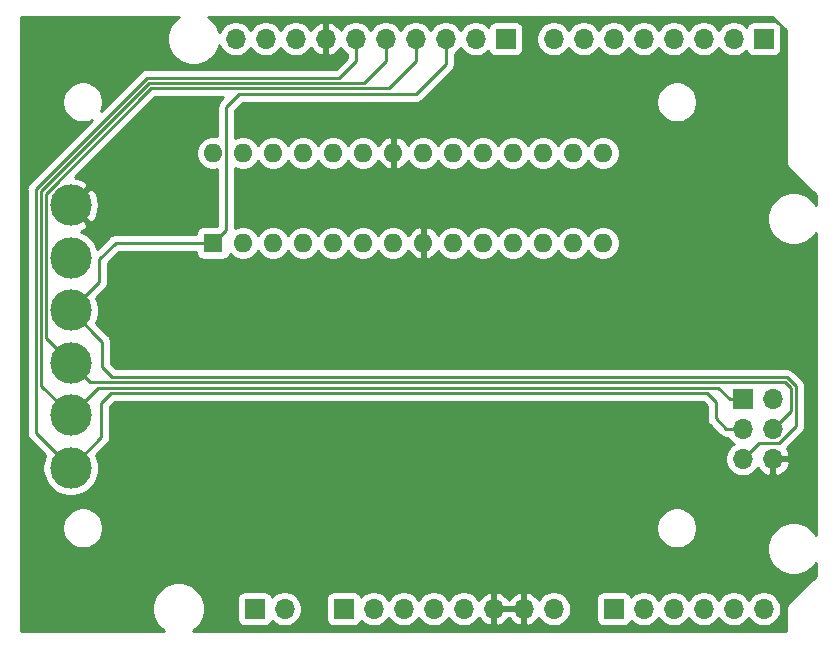
<source format=gbr>
%TF.GenerationSoftware,KiCad,Pcbnew,(5.1.9-0-10_14)*%
%TF.CreationDate,2021-02-13T17:17:21+01:00*%
%TF.ProjectId,Arduino Uno ISP Shield,41726475-696e-46f2-9055-6e6f20495350,rev?*%
%TF.SameCoordinates,Original*%
%TF.FileFunction,Copper,L2,Bot*%
%TF.FilePolarity,Positive*%
%FSLAX46Y46*%
G04 Gerber Fmt 4.6, Leading zero omitted, Abs format (unit mm)*
G04 Created by KiCad (PCBNEW (5.1.9-0-10_14)) date 2021-02-13 17:17:21*
%MOMM*%
%LPD*%
G01*
G04 APERTURE LIST*
%TA.AperFunction,ComponentPad*%
%ADD10O,1.600000X1.600000*%
%TD*%
%TA.AperFunction,ComponentPad*%
%ADD11R,1.600000X1.600000*%
%TD*%
%TA.AperFunction,ComponentPad*%
%ADD12C,3.500120*%
%TD*%
%TA.AperFunction,ComponentPad*%
%ADD13O,1.700000X1.700000*%
%TD*%
%TA.AperFunction,ComponentPad*%
%ADD14R,1.700000X1.700000*%
%TD*%
%TA.AperFunction,Conductor*%
%ADD15C,0.250000*%
%TD*%
%TA.AperFunction,Conductor*%
%ADD16C,0.254000*%
%TD*%
%TA.AperFunction,Conductor*%
%ADD17C,0.100000*%
%TD*%
G04 APERTURE END LIST*
D10*
%TO.P,U1,28*%
%TO.N,Net-(U1-Pad28)*%
X118491000Y-85852000D03*
%TO.P,U1,14*%
%TO.N,Net-(U1-Pad14)*%
X151511000Y-93472000D03*
%TO.P,U1,27*%
%TO.N,Net-(U1-Pad27)*%
X121031000Y-85852000D03*
%TO.P,U1,13*%
%TO.N,Net-(U1-Pad13)*%
X148971000Y-93472000D03*
%TO.P,U1,26*%
%TO.N,Net-(U1-Pad26)*%
X123571000Y-85852000D03*
%TO.P,U1,12*%
%TO.N,Net-(U1-Pad12)*%
X146431000Y-93472000D03*
%TO.P,U1,25*%
%TO.N,Net-(U1-Pad25)*%
X126111000Y-85852000D03*
%TO.P,U1,11*%
%TO.N,Net-(U1-Pad11)*%
X143891000Y-93472000D03*
%TO.P,U1,24*%
%TO.N,Net-(U1-Pad24)*%
X128651000Y-85852000D03*
%TO.P,U1,10*%
%TO.N,Net-(U1-Pad10)*%
X141351000Y-93472000D03*
%TO.P,U1,23*%
%TO.N,Net-(U1-Pad23)*%
X131191000Y-85852000D03*
%TO.P,U1,9*%
%TO.N,Net-(U1-Pad9)*%
X138811000Y-93472000D03*
%TO.P,U1,22*%
%TO.N,GND*%
X133731000Y-85852000D03*
%TO.P,U1,8*%
X136271000Y-93472000D03*
%TO.P,U1,21*%
%TO.N,Net-(U1-Pad21)*%
X136271000Y-85852000D03*
%TO.P,U1,7*%
%TO.N,ICSP_5V*%
X133731000Y-93472000D03*
%TO.P,U1,20*%
X138811000Y-85852000D03*
%TO.P,U1,6*%
%TO.N,Net-(U1-Pad6)*%
X131191000Y-93472000D03*
%TO.P,U1,19*%
%TO.N,ICSP_SCK*%
X141351000Y-85852000D03*
%TO.P,U1,5*%
%TO.N,Net-(U1-Pad5)*%
X128651000Y-93472000D03*
%TO.P,U1,18*%
%TO.N,ICSP_MISO*%
X143891000Y-85852000D03*
%TO.P,U1,4*%
%TO.N,Net-(U1-Pad4)*%
X126111000Y-93472000D03*
%TO.P,U1,17*%
%TO.N,ICSP_MOSI*%
X146431000Y-85852000D03*
%TO.P,U1,3*%
%TO.N,Net-(U1-Pad3)*%
X123571000Y-93472000D03*
%TO.P,U1,16*%
%TO.N,Net-(U1-Pad16)*%
X148971000Y-85852000D03*
%TO.P,U1,2*%
%TO.N,Net-(U1-Pad2)*%
X121031000Y-93472000D03*
%TO.P,U1,15*%
%TO.N,Net-(U1-Pad15)*%
X151511000Y-85852000D03*
D11*
%TO.P,U1,1*%
%TO.N,ICSP_RST*%
X118491000Y-93472000D03*
%TD*%
D12*
%TO.P,J10,1*%
%TO.N,GND*%
X106426000Y-90297000D03*
%TD*%
%TO.P,J9,1*%
%TO.N,ICSP_5V*%
X106426000Y-94742000D03*
%TD*%
%TO.P,J8,1*%
%TO.N,ICSP_RST*%
X106426000Y-99187000D03*
%TD*%
%TO.P,J7,1*%
%TO.N,ICSP_MOSI*%
X106426000Y-103632000D03*
%TD*%
%TO.P,J6,1*%
%TO.N,ICSP_MISO*%
X106426000Y-108077000D03*
%TD*%
%TO.P,J5,1*%
%TO.N,ICSP_SCK*%
X106426000Y-112522000D03*
%TD*%
D13*
%TO.P,J4,6*%
%TO.N,GND*%
X165862000Y-111760000D03*
%TO.P,J4,5*%
%TO.N,ICSP_RST*%
X163322000Y-111760000D03*
%TO.P,J4,4*%
%TO.N,ICSP_MOSI*%
X165862000Y-109220000D03*
%TO.P,J4,3*%
%TO.N,ICSP_SCK*%
X163322000Y-109220000D03*
%TO.P,J4,2*%
%TO.N,ICSP_5V*%
X165862000Y-106680000D03*
D14*
%TO.P,J4,1*%
%TO.N,ICSP_MISO*%
X163322000Y-106680000D03*
%TD*%
D13*
%TO.P,J3,2*%
%TO.N,Net-(J1-Pad3)*%
X124536200Y-124460000D03*
D14*
%TO.P,J3,1*%
%TO.N,Net-(C1-Pad1)*%
X121996200Y-124460000D03*
%TD*%
D13*
%TO.P,J1,8*%
%TO.N,Net-(J1-Pad8)*%
X147320000Y-124460000D03*
%TO.P,J1,7*%
%TO.N,GND*%
X144780000Y-124460000D03*
%TO.P,J1,6*%
X142240000Y-124460000D03*
%TO.P,J1,5*%
%TO.N,ICSP_5V*%
X139700000Y-124460000D03*
%TO.P,J1,4*%
%TO.N,Net-(J1-Pad4)*%
X137160000Y-124460000D03*
%TO.P,J1,3*%
%TO.N,Net-(J1-Pad3)*%
X134620000Y-124460000D03*
%TO.P,J1,2*%
%TO.N,Net-(J1-Pad2)*%
X132080000Y-124460000D03*
D14*
%TO.P,J1,1*%
%TO.N,Net-(J1-Pad1)*%
X129540000Y-124460000D03*
%TD*%
%TO.P,J2,1*%
%TO.N,Net-(J2-Pad1)*%
X152400000Y-124460000D03*
D13*
%TO.P,J2,2*%
%TO.N,Net-(J2-Pad2)*%
X154940000Y-124460000D03*
%TO.P,J2,3*%
%TO.N,Net-(J2-Pad3)*%
X157480000Y-124460000D03*
%TO.P,J2,4*%
%TO.N,Net-(J2-Pad4)*%
X160020000Y-124460000D03*
%TO.P,J2,5*%
%TO.N,Net-(J2-Pad5)*%
X162560000Y-124460000D03*
%TO.P,J2,6*%
%TO.N,Net-(J2-Pad6)*%
X165100000Y-124460000D03*
%TD*%
D14*
%TO.P,J34,1*%
%TO.N,LED_ERR*%
X143256000Y-76200000D03*
D13*
%TO.P,J34,2*%
%TO.N,LED_BEAT*%
X140716000Y-76200000D03*
%TO.P,J34,3*%
%TO.N,ICSP_RST*%
X138176000Y-76200000D03*
%TO.P,J34,4*%
%TO.N,ICSP_MOSI*%
X135636000Y-76200000D03*
%TO.P,J34,5*%
%TO.N,ICSP_MISO*%
X133096000Y-76200000D03*
%TO.P,J34,6*%
%TO.N,ICSP_SCK*%
X130556000Y-76200000D03*
%TO.P,J34,7*%
%TO.N,GND*%
X128016000Y-76200000D03*
%TO.P,J34,8*%
%TO.N,Net-(J34-Pad8)*%
X125476000Y-76200000D03*
%TO.P,J34,9*%
%TO.N,Net-(J34-Pad9)*%
X122936000Y-76200000D03*
%TO.P,J34,10*%
%TO.N,Net-(J34-Pad10)*%
X120396000Y-76200000D03*
%TD*%
D14*
%TO.P,J35,1*%
%TO.N,Net-(J35-Pad1)*%
X165100000Y-76200000D03*
D13*
%TO.P,J35,2*%
%TO.N,Net-(J35-Pad2)*%
X162560000Y-76200000D03*
%TO.P,J35,3*%
%TO.N,Net-(J35-Pad3)*%
X160020000Y-76200000D03*
%TO.P,J35,4*%
%TO.N,Net-(J35-Pad4)*%
X157480000Y-76200000D03*
%TO.P,J35,5*%
%TO.N,Net-(J35-Pad5)*%
X154940000Y-76200000D03*
%TO.P,J35,6*%
%TO.N,Net-(J35-Pad6)*%
X152400000Y-76200000D03*
%TO.P,J35,7*%
%TO.N,Net-(J35-Pad7)*%
X149860000Y-76200000D03*
%TO.P,J35,8*%
%TO.N,LED_PROG*%
X147320000Y-76200000D03*
%TD*%
D15*
%TO.N,ICSP_RST*%
X106426000Y-99187000D02*
X108839000Y-96774000D01*
X108839000Y-96774000D02*
X108839000Y-94869000D01*
X108839000Y-94869000D02*
X110236000Y-93472000D01*
X113157000Y-93472000D02*
X118491000Y-93472000D01*
X110236000Y-93472000D02*
X113157000Y-93472000D01*
X163322000Y-111760000D02*
X164497001Y-110584999D01*
X167836009Y-105604599D02*
X167064400Y-104832990D01*
X167836009Y-108984993D02*
X167836009Y-105604599D01*
X166426001Y-110395001D02*
X167836009Y-108984993D01*
X164686999Y-110395001D02*
X166426001Y-110395001D01*
X163322000Y-111760000D02*
X164686999Y-110395001D01*
X112706990Y-104832990D02*
X109912990Y-104832990D01*
X167064400Y-104832990D02*
X112706990Y-104832990D01*
X112706990Y-104832990D02*
X111182990Y-104832990D01*
X109912990Y-104832990D02*
X109093000Y-104013000D01*
X109093000Y-104013000D02*
X109093000Y-101854000D01*
X109093000Y-101854000D02*
X108521500Y-101282500D01*
X108521500Y-101282500D02*
X106426000Y-99187000D01*
X108712000Y-101473000D02*
X108521500Y-101282500D01*
X138176000Y-78359000D02*
X138176000Y-77216000D01*
X138176000Y-77216000D02*
X138176000Y-76200000D01*
X119616001Y-92346999D02*
X119616001Y-81932999D01*
X135693990Y-80841010D02*
X138176000Y-78359000D01*
X120707990Y-80841010D02*
X135693990Y-80841010D01*
X119616001Y-81932999D02*
X120707990Y-80841010D01*
X118491000Y-93472000D02*
X119616001Y-92346999D01*
%TO.N,ICSP_MOSI*%
X104350939Y-89300970D02*
X113260909Y-80391000D01*
X104350939Y-101556939D02*
X104350939Y-89300970D01*
X106426000Y-103632000D02*
X104350939Y-101556939D01*
X113260909Y-80391000D02*
X133350000Y-80391000D01*
X135636000Y-78105000D02*
X135636000Y-76200000D01*
X133350000Y-80391000D02*
X135636000Y-78105000D01*
X165862000Y-109220000D02*
X167386000Y-107696000D01*
X167386000Y-107696000D02*
X167386000Y-105791000D01*
X167386000Y-105791000D02*
X166878000Y-105283000D01*
X108077000Y-105283000D02*
X106426000Y-103632000D01*
X166878000Y-105283000D02*
X108077000Y-105283000D01*
%TO.N,ICSP_SCK*%
X106426000Y-112522000D02*
X103450920Y-109546920D01*
X103450920Y-109546920D02*
X103450921Y-88928168D01*
X103450921Y-88928168D02*
X112888109Y-79490980D01*
X112888109Y-79490980D02*
X129170020Y-79490980D01*
X130556000Y-78105000D02*
X130556000Y-76200000D01*
X129170020Y-79490980D02*
X130556000Y-78105000D01*
X109843980Y-106183020D02*
X109029500Y-106997500D01*
X160285020Y-106183020D02*
X109843980Y-106183020D01*
X161036000Y-106934000D02*
X160285020Y-106183020D01*
X161036000Y-108331000D02*
X161036000Y-106934000D01*
X109029500Y-109918500D02*
X106426000Y-112522000D01*
X161925000Y-109220000D02*
X161036000Y-108331000D01*
X109029500Y-106997500D02*
X109029500Y-109918500D01*
X163322000Y-109220000D02*
X161925000Y-109220000D01*
%TO.N,ICSP_MISO*%
X106426000Y-108077000D02*
X103900929Y-105551929D01*
X103900930Y-89114569D02*
X113074509Y-79940990D01*
X103900929Y-105551929D02*
X103900930Y-89114569D01*
X113074509Y-79940990D02*
X131260010Y-79940990D01*
X133096000Y-78105000D02*
X133096000Y-76200000D01*
X131260010Y-79940990D02*
X133096000Y-78105000D01*
X107759500Y-106743500D02*
X106426000Y-108077000D01*
X162222000Y-106680000D02*
X161275010Y-105733010D01*
X108769990Y-105733010D02*
X107759500Y-106743500D01*
X161275010Y-105733010D02*
X108769990Y-105733010D01*
X163322000Y-106680000D02*
X162222000Y-106680000D01*
%TD*%
D16*
%TO.N,GND*%
X115415271Y-74463962D02*
X115103962Y-74775271D01*
X114859369Y-75141331D01*
X114690890Y-75548075D01*
X114605000Y-75979872D01*
X114605000Y-76420128D01*
X114690890Y-76851925D01*
X114859369Y-77258669D01*
X115103962Y-77624729D01*
X115415271Y-77936038D01*
X115781331Y-78180631D01*
X116188075Y-78349110D01*
X116619872Y-78435000D01*
X117060128Y-78435000D01*
X117491925Y-78349110D01*
X117898669Y-78180631D01*
X118264729Y-77936038D01*
X118576038Y-77624729D01*
X118820631Y-77258669D01*
X118989110Y-76851925D01*
X119011681Y-76738451D01*
X119080010Y-76903411D01*
X119242525Y-77146632D01*
X119449368Y-77353475D01*
X119692589Y-77515990D01*
X119962842Y-77627932D01*
X120249740Y-77685000D01*
X120542260Y-77685000D01*
X120829158Y-77627932D01*
X121099411Y-77515990D01*
X121342632Y-77353475D01*
X121549475Y-77146632D01*
X121666000Y-76972240D01*
X121782525Y-77146632D01*
X121989368Y-77353475D01*
X122232589Y-77515990D01*
X122502842Y-77627932D01*
X122789740Y-77685000D01*
X123082260Y-77685000D01*
X123369158Y-77627932D01*
X123639411Y-77515990D01*
X123882632Y-77353475D01*
X124089475Y-77146632D01*
X124206000Y-76972240D01*
X124322525Y-77146632D01*
X124529368Y-77353475D01*
X124772589Y-77515990D01*
X125042842Y-77627932D01*
X125329740Y-77685000D01*
X125622260Y-77685000D01*
X125909158Y-77627932D01*
X126179411Y-77515990D01*
X126422632Y-77353475D01*
X126629475Y-77146632D01*
X126751195Y-76964466D01*
X126820822Y-77081355D01*
X127015731Y-77297588D01*
X127249080Y-77471641D01*
X127511901Y-77596825D01*
X127659110Y-77641476D01*
X127889000Y-77520155D01*
X127889000Y-76327000D01*
X127869000Y-76327000D01*
X127869000Y-76073000D01*
X127889000Y-76073000D01*
X127889000Y-74879845D01*
X127659110Y-74758524D01*
X127511901Y-74803175D01*
X127249080Y-74928359D01*
X127015731Y-75102412D01*
X126820822Y-75318645D01*
X126751195Y-75435534D01*
X126629475Y-75253368D01*
X126422632Y-75046525D01*
X126179411Y-74884010D01*
X125909158Y-74772068D01*
X125622260Y-74715000D01*
X125329740Y-74715000D01*
X125042842Y-74772068D01*
X124772589Y-74884010D01*
X124529368Y-75046525D01*
X124322525Y-75253368D01*
X124206000Y-75427760D01*
X124089475Y-75253368D01*
X123882632Y-75046525D01*
X123639411Y-74884010D01*
X123369158Y-74772068D01*
X123082260Y-74715000D01*
X122789740Y-74715000D01*
X122502842Y-74772068D01*
X122232589Y-74884010D01*
X121989368Y-75046525D01*
X121782525Y-75253368D01*
X121666000Y-75427760D01*
X121549475Y-75253368D01*
X121342632Y-75046525D01*
X121099411Y-74884010D01*
X120829158Y-74772068D01*
X120542260Y-74715000D01*
X120249740Y-74715000D01*
X119962842Y-74772068D01*
X119692589Y-74884010D01*
X119449368Y-75046525D01*
X119242525Y-75253368D01*
X119080010Y-75496589D01*
X119011681Y-75661549D01*
X118989110Y-75548075D01*
X118820631Y-75141331D01*
X118576038Y-74775271D01*
X118264729Y-74463962D01*
X118049274Y-74320000D01*
X165842620Y-74320000D01*
X166980001Y-75457382D01*
X166980000Y-86581591D01*
X166976808Y-86614000D01*
X166980000Y-86646409D01*
X166980000Y-86646418D01*
X166989550Y-86743382D01*
X167027290Y-86867792D01*
X167088575Y-86982450D01*
X167136689Y-87041076D01*
X167171052Y-87082948D01*
X167196236Y-87103616D01*
X169520001Y-89427382D01*
X169520001Y-90230727D01*
X169376038Y-90015271D01*
X169064729Y-89703962D01*
X168698669Y-89459369D01*
X168291925Y-89290890D01*
X167860128Y-89205000D01*
X167419872Y-89205000D01*
X166988075Y-89290890D01*
X166581331Y-89459369D01*
X166215271Y-89703962D01*
X165903962Y-90015271D01*
X165659369Y-90381331D01*
X165490890Y-90788075D01*
X165405000Y-91219872D01*
X165405000Y-91660128D01*
X165490890Y-92091925D01*
X165659369Y-92498669D01*
X165903962Y-92864729D01*
X166215271Y-93176038D01*
X166581331Y-93420631D01*
X166988075Y-93589110D01*
X167419872Y-93675000D01*
X167860128Y-93675000D01*
X168291925Y-93589110D01*
X168698669Y-93420631D01*
X169064729Y-93176038D01*
X169376038Y-92864729D01*
X169520001Y-92649273D01*
X169520000Y-96552418D01*
X169520001Y-96552428D01*
X169520000Y-109252418D01*
X169520001Y-109252428D01*
X169520000Y-118170726D01*
X169376038Y-117955271D01*
X169064729Y-117643962D01*
X168698669Y-117399369D01*
X168291925Y-117230890D01*
X167860128Y-117145000D01*
X167419872Y-117145000D01*
X166988075Y-117230890D01*
X166581331Y-117399369D01*
X166215271Y-117643962D01*
X165903962Y-117955271D01*
X165659369Y-118321331D01*
X165490890Y-118728075D01*
X165405000Y-119159872D01*
X165405000Y-119600128D01*
X165490890Y-120031925D01*
X165659369Y-120438669D01*
X165903962Y-120804729D01*
X166215271Y-121116038D01*
X166581331Y-121360631D01*
X166988075Y-121529110D01*
X167419872Y-121615000D01*
X167860128Y-121615000D01*
X168291925Y-121529110D01*
X168698669Y-121360631D01*
X169064729Y-121116038D01*
X169376038Y-120804729D01*
X169520000Y-120589274D01*
X169520000Y-121646619D01*
X167196232Y-123970388D01*
X167171053Y-123991052D01*
X167150389Y-124016231D01*
X167150386Y-124016234D01*
X167088575Y-124091550D01*
X167027290Y-124206208D01*
X166989551Y-124330618D01*
X166976808Y-124460000D01*
X166980001Y-124492419D01*
X166980000Y-126340000D01*
X116779274Y-126340000D01*
X116994729Y-126196038D01*
X117306038Y-125884729D01*
X117550631Y-125518669D01*
X117719110Y-125111925D01*
X117805000Y-124680128D01*
X117805000Y-124239872D01*
X117719110Y-123808075D01*
X117637065Y-123610000D01*
X120508128Y-123610000D01*
X120508128Y-125310000D01*
X120520388Y-125434482D01*
X120556698Y-125554180D01*
X120615663Y-125664494D01*
X120695015Y-125761185D01*
X120791706Y-125840537D01*
X120902020Y-125899502D01*
X121021718Y-125935812D01*
X121146200Y-125948072D01*
X122846200Y-125948072D01*
X122970682Y-125935812D01*
X123090380Y-125899502D01*
X123200694Y-125840537D01*
X123297385Y-125761185D01*
X123376737Y-125664494D01*
X123435702Y-125554180D01*
X123457713Y-125481620D01*
X123589568Y-125613475D01*
X123832789Y-125775990D01*
X124103042Y-125887932D01*
X124389940Y-125945000D01*
X124682460Y-125945000D01*
X124969358Y-125887932D01*
X125239611Y-125775990D01*
X125482832Y-125613475D01*
X125689675Y-125406632D01*
X125852190Y-125163411D01*
X125964132Y-124893158D01*
X126021200Y-124606260D01*
X126021200Y-124313740D01*
X125964132Y-124026842D01*
X125852190Y-123756589D01*
X125754243Y-123610000D01*
X128051928Y-123610000D01*
X128051928Y-125310000D01*
X128064188Y-125434482D01*
X128100498Y-125554180D01*
X128159463Y-125664494D01*
X128238815Y-125761185D01*
X128335506Y-125840537D01*
X128445820Y-125899502D01*
X128565518Y-125935812D01*
X128690000Y-125948072D01*
X130390000Y-125948072D01*
X130514482Y-125935812D01*
X130634180Y-125899502D01*
X130744494Y-125840537D01*
X130841185Y-125761185D01*
X130920537Y-125664494D01*
X130979502Y-125554180D01*
X131001513Y-125481620D01*
X131133368Y-125613475D01*
X131376589Y-125775990D01*
X131646842Y-125887932D01*
X131933740Y-125945000D01*
X132226260Y-125945000D01*
X132513158Y-125887932D01*
X132783411Y-125775990D01*
X133026632Y-125613475D01*
X133233475Y-125406632D01*
X133350000Y-125232240D01*
X133466525Y-125406632D01*
X133673368Y-125613475D01*
X133916589Y-125775990D01*
X134186842Y-125887932D01*
X134473740Y-125945000D01*
X134766260Y-125945000D01*
X135053158Y-125887932D01*
X135323411Y-125775990D01*
X135566632Y-125613475D01*
X135773475Y-125406632D01*
X135890000Y-125232240D01*
X136006525Y-125406632D01*
X136213368Y-125613475D01*
X136456589Y-125775990D01*
X136726842Y-125887932D01*
X137013740Y-125945000D01*
X137306260Y-125945000D01*
X137593158Y-125887932D01*
X137863411Y-125775990D01*
X138106632Y-125613475D01*
X138313475Y-125406632D01*
X138430000Y-125232240D01*
X138546525Y-125406632D01*
X138753368Y-125613475D01*
X138996589Y-125775990D01*
X139266842Y-125887932D01*
X139553740Y-125945000D01*
X139846260Y-125945000D01*
X140133158Y-125887932D01*
X140403411Y-125775990D01*
X140646632Y-125613475D01*
X140853475Y-125406632D01*
X140975195Y-125224466D01*
X141044822Y-125341355D01*
X141239731Y-125557588D01*
X141473080Y-125731641D01*
X141735901Y-125856825D01*
X141883110Y-125901476D01*
X142113000Y-125780155D01*
X142113000Y-124587000D01*
X142367000Y-124587000D01*
X142367000Y-125780155D01*
X142596890Y-125901476D01*
X142744099Y-125856825D01*
X143006920Y-125731641D01*
X143240269Y-125557588D01*
X143435178Y-125341355D01*
X143510000Y-125215745D01*
X143584822Y-125341355D01*
X143779731Y-125557588D01*
X144013080Y-125731641D01*
X144275901Y-125856825D01*
X144423110Y-125901476D01*
X144653000Y-125780155D01*
X144653000Y-124587000D01*
X142367000Y-124587000D01*
X142113000Y-124587000D01*
X142093000Y-124587000D01*
X142093000Y-124333000D01*
X142113000Y-124333000D01*
X142113000Y-123139845D01*
X142367000Y-123139845D01*
X142367000Y-124333000D01*
X144653000Y-124333000D01*
X144653000Y-123139845D01*
X144907000Y-123139845D01*
X144907000Y-124333000D01*
X144927000Y-124333000D01*
X144927000Y-124587000D01*
X144907000Y-124587000D01*
X144907000Y-125780155D01*
X145136890Y-125901476D01*
X145284099Y-125856825D01*
X145546920Y-125731641D01*
X145780269Y-125557588D01*
X145975178Y-125341355D01*
X146044805Y-125224466D01*
X146166525Y-125406632D01*
X146373368Y-125613475D01*
X146616589Y-125775990D01*
X146886842Y-125887932D01*
X147173740Y-125945000D01*
X147466260Y-125945000D01*
X147753158Y-125887932D01*
X148023411Y-125775990D01*
X148266632Y-125613475D01*
X148473475Y-125406632D01*
X148635990Y-125163411D01*
X148747932Y-124893158D01*
X148805000Y-124606260D01*
X148805000Y-124313740D01*
X148747932Y-124026842D01*
X148635990Y-123756589D01*
X148538043Y-123610000D01*
X150911928Y-123610000D01*
X150911928Y-125310000D01*
X150924188Y-125434482D01*
X150960498Y-125554180D01*
X151019463Y-125664494D01*
X151098815Y-125761185D01*
X151195506Y-125840537D01*
X151305820Y-125899502D01*
X151425518Y-125935812D01*
X151550000Y-125948072D01*
X153250000Y-125948072D01*
X153374482Y-125935812D01*
X153494180Y-125899502D01*
X153604494Y-125840537D01*
X153701185Y-125761185D01*
X153780537Y-125664494D01*
X153839502Y-125554180D01*
X153861513Y-125481620D01*
X153993368Y-125613475D01*
X154236589Y-125775990D01*
X154506842Y-125887932D01*
X154793740Y-125945000D01*
X155086260Y-125945000D01*
X155373158Y-125887932D01*
X155643411Y-125775990D01*
X155886632Y-125613475D01*
X156093475Y-125406632D01*
X156210000Y-125232240D01*
X156326525Y-125406632D01*
X156533368Y-125613475D01*
X156776589Y-125775990D01*
X157046842Y-125887932D01*
X157333740Y-125945000D01*
X157626260Y-125945000D01*
X157913158Y-125887932D01*
X158183411Y-125775990D01*
X158426632Y-125613475D01*
X158633475Y-125406632D01*
X158750000Y-125232240D01*
X158866525Y-125406632D01*
X159073368Y-125613475D01*
X159316589Y-125775990D01*
X159586842Y-125887932D01*
X159873740Y-125945000D01*
X160166260Y-125945000D01*
X160453158Y-125887932D01*
X160723411Y-125775990D01*
X160966632Y-125613475D01*
X161173475Y-125406632D01*
X161290000Y-125232240D01*
X161406525Y-125406632D01*
X161613368Y-125613475D01*
X161856589Y-125775990D01*
X162126842Y-125887932D01*
X162413740Y-125945000D01*
X162706260Y-125945000D01*
X162993158Y-125887932D01*
X163263411Y-125775990D01*
X163506632Y-125613475D01*
X163713475Y-125406632D01*
X163830000Y-125232240D01*
X163946525Y-125406632D01*
X164153368Y-125613475D01*
X164396589Y-125775990D01*
X164666842Y-125887932D01*
X164953740Y-125945000D01*
X165246260Y-125945000D01*
X165533158Y-125887932D01*
X165803411Y-125775990D01*
X166046632Y-125613475D01*
X166253475Y-125406632D01*
X166415990Y-125163411D01*
X166527932Y-124893158D01*
X166585000Y-124606260D01*
X166585000Y-124313740D01*
X166527932Y-124026842D01*
X166415990Y-123756589D01*
X166253475Y-123513368D01*
X166046632Y-123306525D01*
X165803411Y-123144010D01*
X165533158Y-123032068D01*
X165246260Y-122975000D01*
X164953740Y-122975000D01*
X164666842Y-123032068D01*
X164396589Y-123144010D01*
X164153368Y-123306525D01*
X163946525Y-123513368D01*
X163830000Y-123687760D01*
X163713475Y-123513368D01*
X163506632Y-123306525D01*
X163263411Y-123144010D01*
X162993158Y-123032068D01*
X162706260Y-122975000D01*
X162413740Y-122975000D01*
X162126842Y-123032068D01*
X161856589Y-123144010D01*
X161613368Y-123306525D01*
X161406525Y-123513368D01*
X161290000Y-123687760D01*
X161173475Y-123513368D01*
X160966632Y-123306525D01*
X160723411Y-123144010D01*
X160453158Y-123032068D01*
X160166260Y-122975000D01*
X159873740Y-122975000D01*
X159586842Y-123032068D01*
X159316589Y-123144010D01*
X159073368Y-123306525D01*
X158866525Y-123513368D01*
X158750000Y-123687760D01*
X158633475Y-123513368D01*
X158426632Y-123306525D01*
X158183411Y-123144010D01*
X157913158Y-123032068D01*
X157626260Y-122975000D01*
X157333740Y-122975000D01*
X157046842Y-123032068D01*
X156776589Y-123144010D01*
X156533368Y-123306525D01*
X156326525Y-123513368D01*
X156210000Y-123687760D01*
X156093475Y-123513368D01*
X155886632Y-123306525D01*
X155643411Y-123144010D01*
X155373158Y-123032068D01*
X155086260Y-122975000D01*
X154793740Y-122975000D01*
X154506842Y-123032068D01*
X154236589Y-123144010D01*
X153993368Y-123306525D01*
X153861513Y-123438380D01*
X153839502Y-123365820D01*
X153780537Y-123255506D01*
X153701185Y-123158815D01*
X153604494Y-123079463D01*
X153494180Y-123020498D01*
X153374482Y-122984188D01*
X153250000Y-122971928D01*
X151550000Y-122971928D01*
X151425518Y-122984188D01*
X151305820Y-123020498D01*
X151195506Y-123079463D01*
X151098815Y-123158815D01*
X151019463Y-123255506D01*
X150960498Y-123365820D01*
X150924188Y-123485518D01*
X150911928Y-123610000D01*
X148538043Y-123610000D01*
X148473475Y-123513368D01*
X148266632Y-123306525D01*
X148023411Y-123144010D01*
X147753158Y-123032068D01*
X147466260Y-122975000D01*
X147173740Y-122975000D01*
X146886842Y-123032068D01*
X146616589Y-123144010D01*
X146373368Y-123306525D01*
X146166525Y-123513368D01*
X146044805Y-123695534D01*
X145975178Y-123578645D01*
X145780269Y-123362412D01*
X145546920Y-123188359D01*
X145284099Y-123063175D01*
X145136890Y-123018524D01*
X144907000Y-123139845D01*
X144653000Y-123139845D01*
X144423110Y-123018524D01*
X144275901Y-123063175D01*
X144013080Y-123188359D01*
X143779731Y-123362412D01*
X143584822Y-123578645D01*
X143510000Y-123704255D01*
X143435178Y-123578645D01*
X143240269Y-123362412D01*
X143006920Y-123188359D01*
X142744099Y-123063175D01*
X142596890Y-123018524D01*
X142367000Y-123139845D01*
X142113000Y-123139845D01*
X141883110Y-123018524D01*
X141735901Y-123063175D01*
X141473080Y-123188359D01*
X141239731Y-123362412D01*
X141044822Y-123578645D01*
X140975195Y-123695534D01*
X140853475Y-123513368D01*
X140646632Y-123306525D01*
X140403411Y-123144010D01*
X140133158Y-123032068D01*
X139846260Y-122975000D01*
X139553740Y-122975000D01*
X139266842Y-123032068D01*
X138996589Y-123144010D01*
X138753368Y-123306525D01*
X138546525Y-123513368D01*
X138430000Y-123687760D01*
X138313475Y-123513368D01*
X138106632Y-123306525D01*
X137863411Y-123144010D01*
X137593158Y-123032068D01*
X137306260Y-122975000D01*
X137013740Y-122975000D01*
X136726842Y-123032068D01*
X136456589Y-123144010D01*
X136213368Y-123306525D01*
X136006525Y-123513368D01*
X135890000Y-123687760D01*
X135773475Y-123513368D01*
X135566632Y-123306525D01*
X135323411Y-123144010D01*
X135053158Y-123032068D01*
X134766260Y-122975000D01*
X134473740Y-122975000D01*
X134186842Y-123032068D01*
X133916589Y-123144010D01*
X133673368Y-123306525D01*
X133466525Y-123513368D01*
X133350000Y-123687760D01*
X133233475Y-123513368D01*
X133026632Y-123306525D01*
X132783411Y-123144010D01*
X132513158Y-123032068D01*
X132226260Y-122975000D01*
X131933740Y-122975000D01*
X131646842Y-123032068D01*
X131376589Y-123144010D01*
X131133368Y-123306525D01*
X131001513Y-123438380D01*
X130979502Y-123365820D01*
X130920537Y-123255506D01*
X130841185Y-123158815D01*
X130744494Y-123079463D01*
X130634180Y-123020498D01*
X130514482Y-122984188D01*
X130390000Y-122971928D01*
X128690000Y-122971928D01*
X128565518Y-122984188D01*
X128445820Y-123020498D01*
X128335506Y-123079463D01*
X128238815Y-123158815D01*
X128159463Y-123255506D01*
X128100498Y-123365820D01*
X128064188Y-123485518D01*
X128051928Y-123610000D01*
X125754243Y-123610000D01*
X125689675Y-123513368D01*
X125482832Y-123306525D01*
X125239611Y-123144010D01*
X124969358Y-123032068D01*
X124682460Y-122975000D01*
X124389940Y-122975000D01*
X124103042Y-123032068D01*
X123832789Y-123144010D01*
X123589568Y-123306525D01*
X123457713Y-123438380D01*
X123435702Y-123365820D01*
X123376737Y-123255506D01*
X123297385Y-123158815D01*
X123200694Y-123079463D01*
X123090380Y-123020498D01*
X122970682Y-122984188D01*
X122846200Y-122971928D01*
X121146200Y-122971928D01*
X121021718Y-122984188D01*
X120902020Y-123020498D01*
X120791706Y-123079463D01*
X120695015Y-123158815D01*
X120615663Y-123255506D01*
X120556698Y-123365820D01*
X120520388Y-123485518D01*
X120508128Y-123610000D01*
X117637065Y-123610000D01*
X117550631Y-123401331D01*
X117306038Y-123035271D01*
X116994729Y-122723962D01*
X116628669Y-122479369D01*
X116221925Y-122310890D01*
X115790128Y-122225000D01*
X115349872Y-122225000D01*
X114918075Y-122310890D01*
X114511331Y-122479369D01*
X114145271Y-122723962D01*
X113833962Y-123035271D01*
X113589369Y-123401331D01*
X113420890Y-123808075D01*
X113335000Y-124239872D01*
X113335000Y-124680128D01*
X113420890Y-125111925D01*
X113589369Y-125518669D01*
X113833962Y-125884729D01*
X114145271Y-126196038D01*
X114360726Y-126340000D01*
X102260000Y-126340000D01*
X102260000Y-117431117D01*
X105707000Y-117431117D01*
X105707000Y-117772883D01*
X105773675Y-118108081D01*
X105904463Y-118423831D01*
X106094337Y-118707998D01*
X106336002Y-118949663D01*
X106620169Y-119139537D01*
X106935919Y-119270325D01*
X107271117Y-119337000D01*
X107612883Y-119337000D01*
X107948081Y-119270325D01*
X108263831Y-119139537D01*
X108547998Y-118949663D01*
X108789663Y-118707998D01*
X108979537Y-118423831D01*
X109110325Y-118108081D01*
X109177000Y-117772883D01*
X109177000Y-117431117D01*
X155999000Y-117431117D01*
X155999000Y-117772883D01*
X156065675Y-118108081D01*
X156196463Y-118423831D01*
X156386337Y-118707998D01*
X156628002Y-118949663D01*
X156912169Y-119139537D01*
X157227919Y-119270325D01*
X157563117Y-119337000D01*
X157904883Y-119337000D01*
X158240081Y-119270325D01*
X158555831Y-119139537D01*
X158839998Y-118949663D01*
X159081663Y-118707998D01*
X159271537Y-118423831D01*
X159402325Y-118108081D01*
X159469000Y-117772883D01*
X159469000Y-117431117D01*
X159402325Y-117095919D01*
X159271537Y-116780169D01*
X159081663Y-116496002D01*
X158839998Y-116254337D01*
X158555831Y-116064463D01*
X158240081Y-115933675D01*
X157904883Y-115867000D01*
X157563117Y-115867000D01*
X157227919Y-115933675D01*
X156912169Y-116064463D01*
X156628002Y-116254337D01*
X156386337Y-116496002D01*
X156196463Y-116780169D01*
X156065675Y-117095919D01*
X155999000Y-117431117D01*
X109177000Y-117431117D01*
X109110325Y-117095919D01*
X108979537Y-116780169D01*
X108789663Y-116496002D01*
X108547998Y-116254337D01*
X108263831Y-116064463D01*
X107948081Y-115933675D01*
X107612883Y-115867000D01*
X107271117Y-115867000D01*
X106935919Y-115933675D01*
X106620169Y-116064463D01*
X106336002Y-116254337D01*
X106094337Y-116496002D01*
X105904463Y-116780169D01*
X105773675Y-117095919D01*
X105707000Y-117431117D01*
X102260000Y-117431117D01*
X102260000Y-109546920D01*
X102687244Y-109546920D01*
X102690920Y-109584242D01*
X102690920Y-109584252D01*
X102701917Y-109695905D01*
X102742958Y-109831202D01*
X102745374Y-109839166D01*
X102815946Y-109971196D01*
X102856984Y-110021200D01*
X102910919Y-110086920D01*
X102939917Y-110110718D01*
X104285752Y-111456554D01*
X104132597Y-111826304D01*
X104040940Y-112287092D01*
X104040940Y-112756908D01*
X104132597Y-113217696D01*
X104312387Y-113651749D01*
X104573403Y-114042387D01*
X104905613Y-114374597D01*
X105296251Y-114635613D01*
X105730304Y-114815403D01*
X106191092Y-114907060D01*
X106660908Y-114907060D01*
X107121696Y-114815403D01*
X107555749Y-114635613D01*
X107946387Y-114374597D01*
X108278597Y-114042387D01*
X108539613Y-113651749D01*
X108719403Y-113217696D01*
X108811060Y-112756908D01*
X108811060Y-112287092D01*
X108719403Y-111826304D01*
X108566248Y-111456554D01*
X109540503Y-110482299D01*
X109569501Y-110458501D01*
X109595832Y-110426417D01*
X109664474Y-110342777D01*
X109735046Y-110210747D01*
X109743798Y-110181894D01*
X109778503Y-110067486D01*
X109789500Y-109955833D01*
X109789500Y-109955823D01*
X109793176Y-109918501D01*
X109789500Y-109881178D01*
X109789500Y-107312301D01*
X110158782Y-106943020D01*
X159970219Y-106943020D01*
X160276001Y-107248802D01*
X160276000Y-108293677D01*
X160272324Y-108331000D01*
X160276000Y-108368322D01*
X160276000Y-108368332D01*
X160286997Y-108479985D01*
X160325614Y-108607290D01*
X160330454Y-108623246D01*
X160401026Y-108755276D01*
X160423979Y-108783244D01*
X160495999Y-108871001D01*
X160525002Y-108894803D01*
X161361201Y-109731003D01*
X161384999Y-109760001D01*
X161500724Y-109854974D01*
X161632753Y-109925546D01*
X161776014Y-109969003D01*
X161887667Y-109980000D01*
X161887677Y-109980000D01*
X161925000Y-109983676D01*
X161962323Y-109980000D01*
X162043822Y-109980000D01*
X162168525Y-110166632D01*
X162375368Y-110373475D01*
X162549760Y-110490000D01*
X162375368Y-110606525D01*
X162168525Y-110813368D01*
X162006010Y-111056589D01*
X161894068Y-111326842D01*
X161837000Y-111613740D01*
X161837000Y-111906260D01*
X161894068Y-112193158D01*
X162006010Y-112463411D01*
X162168525Y-112706632D01*
X162375368Y-112913475D01*
X162618589Y-113075990D01*
X162888842Y-113187932D01*
X163175740Y-113245000D01*
X163468260Y-113245000D01*
X163755158Y-113187932D01*
X164025411Y-113075990D01*
X164268632Y-112913475D01*
X164475475Y-112706632D01*
X164593100Y-112530594D01*
X164764412Y-112760269D01*
X164980645Y-112955178D01*
X165230748Y-113104157D01*
X165505109Y-113201481D01*
X165735000Y-113080814D01*
X165735000Y-111887000D01*
X165989000Y-111887000D01*
X165989000Y-113080814D01*
X166218891Y-113201481D01*
X166493252Y-113104157D01*
X166743355Y-112955178D01*
X166959588Y-112760269D01*
X167133641Y-112526920D01*
X167258825Y-112264099D01*
X167303476Y-112116890D01*
X167182155Y-111887000D01*
X165989000Y-111887000D01*
X165735000Y-111887000D01*
X165715000Y-111887000D01*
X165715000Y-111633000D01*
X165735000Y-111633000D01*
X165735000Y-111613000D01*
X165989000Y-111613000D01*
X165989000Y-111633000D01*
X167182155Y-111633000D01*
X167303476Y-111403110D01*
X167258825Y-111255901D01*
X167133641Y-110993080D01*
X167034987Y-110860816D01*
X168347018Y-109548787D01*
X168376010Y-109524994D01*
X168399804Y-109496001D01*
X168399808Y-109495997D01*
X168470982Y-109409270D01*
X168470983Y-109409269D01*
X168541555Y-109277240D01*
X168585012Y-109133979D01*
X168596009Y-109022326D01*
X168596009Y-109022317D01*
X168599685Y-108984994D01*
X168596009Y-108947671D01*
X168596009Y-105641922D01*
X168599685Y-105604599D01*
X168596009Y-105567276D01*
X168596009Y-105567266D01*
X168585012Y-105455613D01*
X168541555Y-105312352D01*
X168524261Y-105279997D01*
X168470983Y-105180322D01*
X168399808Y-105093596D01*
X168376010Y-105064598D01*
X168347011Y-105040800D01*
X167628203Y-104321992D01*
X167604401Y-104292989D01*
X167488676Y-104198016D01*
X167356647Y-104127444D01*
X167213386Y-104083987D01*
X167101733Y-104072990D01*
X167101722Y-104072990D01*
X167064400Y-104069314D01*
X167027078Y-104072990D01*
X110227792Y-104072990D01*
X109853000Y-103698199D01*
X109853000Y-101891322D01*
X109856676Y-101853999D01*
X109853000Y-101816676D01*
X109853000Y-101816667D01*
X109842003Y-101705014D01*
X109798546Y-101561753D01*
X109728916Y-101431486D01*
X109727974Y-101429723D01*
X109656799Y-101342997D01*
X109633001Y-101313999D01*
X109604002Y-101290200D01*
X109085303Y-100771502D01*
X109085299Y-100771497D01*
X108566248Y-100252446D01*
X108719403Y-99882696D01*
X108811060Y-99421908D01*
X108811060Y-98952092D01*
X108719403Y-98491304D01*
X108566248Y-98121554D01*
X109350004Y-97337798D01*
X109379001Y-97314001D01*
X109473974Y-97198276D01*
X109544546Y-97066247D01*
X109588003Y-96922986D01*
X109599000Y-96811333D01*
X109599000Y-96811324D01*
X109602676Y-96774001D01*
X109599000Y-96736678D01*
X109599000Y-95183801D01*
X110550802Y-94232000D01*
X117052928Y-94232000D01*
X117052928Y-94272000D01*
X117065188Y-94396482D01*
X117101498Y-94516180D01*
X117160463Y-94626494D01*
X117239815Y-94723185D01*
X117336506Y-94802537D01*
X117446820Y-94861502D01*
X117566518Y-94897812D01*
X117691000Y-94910072D01*
X119291000Y-94910072D01*
X119415482Y-94897812D01*
X119535180Y-94861502D01*
X119645494Y-94802537D01*
X119742185Y-94723185D01*
X119821537Y-94626494D01*
X119880502Y-94516180D01*
X119916812Y-94396482D01*
X119917643Y-94388039D01*
X120116241Y-94586637D01*
X120351273Y-94743680D01*
X120612426Y-94851853D01*
X120889665Y-94907000D01*
X121172335Y-94907000D01*
X121449574Y-94851853D01*
X121710727Y-94743680D01*
X121945759Y-94586637D01*
X122145637Y-94386759D01*
X122301000Y-94154241D01*
X122456363Y-94386759D01*
X122656241Y-94586637D01*
X122891273Y-94743680D01*
X123152426Y-94851853D01*
X123429665Y-94907000D01*
X123712335Y-94907000D01*
X123989574Y-94851853D01*
X124250727Y-94743680D01*
X124485759Y-94586637D01*
X124685637Y-94386759D01*
X124841000Y-94154241D01*
X124996363Y-94386759D01*
X125196241Y-94586637D01*
X125431273Y-94743680D01*
X125692426Y-94851853D01*
X125969665Y-94907000D01*
X126252335Y-94907000D01*
X126529574Y-94851853D01*
X126790727Y-94743680D01*
X127025759Y-94586637D01*
X127225637Y-94386759D01*
X127381000Y-94154241D01*
X127536363Y-94386759D01*
X127736241Y-94586637D01*
X127971273Y-94743680D01*
X128232426Y-94851853D01*
X128509665Y-94907000D01*
X128792335Y-94907000D01*
X129069574Y-94851853D01*
X129330727Y-94743680D01*
X129565759Y-94586637D01*
X129765637Y-94386759D01*
X129921000Y-94154241D01*
X130076363Y-94386759D01*
X130276241Y-94586637D01*
X130511273Y-94743680D01*
X130772426Y-94851853D01*
X131049665Y-94907000D01*
X131332335Y-94907000D01*
X131609574Y-94851853D01*
X131870727Y-94743680D01*
X132105759Y-94586637D01*
X132305637Y-94386759D01*
X132461000Y-94154241D01*
X132616363Y-94386759D01*
X132816241Y-94586637D01*
X133051273Y-94743680D01*
X133312426Y-94851853D01*
X133589665Y-94907000D01*
X133872335Y-94907000D01*
X134149574Y-94851853D01*
X134410727Y-94743680D01*
X134645759Y-94586637D01*
X134845637Y-94386759D01*
X135002680Y-94151727D01*
X135007067Y-94141135D01*
X135118615Y-94327131D01*
X135307586Y-94535519D01*
X135533580Y-94703037D01*
X135787913Y-94823246D01*
X135921961Y-94863904D01*
X136144000Y-94741915D01*
X136144000Y-93599000D01*
X136124000Y-93599000D01*
X136124000Y-93345000D01*
X136144000Y-93345000D01*
X136144000Y-92202085D01*
X136398000Y-92202085D01*
X136398000Y-93345000D01*
X136418000Y-93345000D01*
X136418000Y-93599000D01*
X136398000Y-93599000D01*
X136398000Y-94741915D01*
X136620039Y-94863904D01*
X136754087Y-94823246D01*
X137008420Y-94703037D01*
X137234414Y-94535519D01*
X137423385Y-94327131D01*
X137534933Y-94141135D01*
X137539320Y-94151727D01*
X137696363Y-94386759D01*
X137896241Y-94586637D01*
X138131273Y-94743680D01*
X138392426Y-94851853D01*
X138669665Y-94907000D01*
X138952335Y-94907000D01*
X139229574Y-94851853D01*
X139490727Y-94743680D01*
X139725759Y-94586637D01*
X139925637Y-94386759D01*
X140081000Y-94154241D01*
X140236363Y-94386759D01*
X140436241Y-94586637D01*
X140671273Y-94743680D01*
X140932426Y-94851853D01*
X141209665Y-94907000D01*
X141492335Y-94907000D01*
X141769574Y-94851853D01*
X142030727Y-94743680D01*
X142265759Y-94586637D01*
X142465637Y-94386759D01*
X142621000Y-94154241D01*
X142776363Y-94386759D01*
X142976241Y-94586637D01*
X143211273Y-94743680D01*
X143472426Y-94851853D01*
X143749665Y-94907000D01*
X144032335Y-94907000D01*
X144309574Y-94851853D01*
X144570727Y-94743680D01*
X144805759Y-94586637D01*
X145005637Y-94386759D01*
X145161000Y-94154241D01*
X145316363Y-94386759D01*
X145516241Y-94586637D01*
X145751273Y-94743680D01*
X146012426Y-94851853D01*
X146289665Y-94907000D01*
X146572335Y-94907000D01*
X146849574Y-94851853D01*
X147110727Y-94743680D01*
X147345759Y-94586637D01*
X147545637Y-94386759D01*
X147701000Y-94154241D01*
X147856363Y-94386759D01*
X148056241Y-94586637D01*
X148291273Y-94743680D01*
X148552426Y-94851853D01*
X148829665Y-94907000D01*
X149112335Y-94907000D01*
X149389574Y-94851853D01*
X149650727Y-94743680D01*
X149885759Y-94586637D01*
X150085637Y-94386759D01*
X150241000Y-94154241D01*
X150396363Y-94386759D01*
X150596241Y-94586637D01*
X150831273Y-94743680D01*
X151092426Y-94851853D01*
X151369665Y-94907000D01*
X151652335Y-94907000D01*
X151929574Y-94851853D01*
X152190727Y-94743680D01*
X152425759Y-94586637D01*
X152625637Y-94386759D01*
X152782680Y-94151727D01*
X152890853Y-93890574D01*
X152946000Y-93613335D01*
X152946000Y-93330665D01*
X152890853Y-93053426D01*
X152782680Y-92792273D01*
X152625637Y-92557241D01*
X152425759Y-92357363D01*
X152190727Y-92200320D01*
X151929574Y-92092147D01*
X151652335Y-92037000D01*
X151369665Y-92037000D01*
X151092426Y-92092147D01*
X150831273Y-92200320D01*
X150596241Y-92357363D01*
X150396363Y-92557241D01*
X150241000Y-92789759D01*
X150085637Y-92557241D01*
X149885759Y-92357363D01*
X149650727Y-92200320D01*
X149389574Y-92092147D01*
X149112335Y-92037000D01*
X148829665Y-92037000D01*
X148552426Y-92092147D01*
X148291273Y-92200320D01*
X148056241Y-92357363D01*
X147856363Y-92557241D01*
X147701000Y-92789759D01*
X147545637Y-92557241D01*
X147345759Y-92357363D01*
X147110727Y-92200320D01*
X146849574Y-92092147D01*
X146572335Y-92037000D01*
X146289665Y-92037000D01*
X146012426Y-92092147D01*
X145751273Y-92200320D01*
X145516241Y-92357363D01*
X145316363Y-92557241D01*
X145161000Y-92789759D01*
X145005637Y-92557241D01*
X144805759Y-92357363D01*
X144570727Y-92200320D01*
X144309574Y-92092147D01*
X144032335Y-92037000D01*
X143749665Y-92037000D01*
X143472426Y-92092147D01*
X143211273Y-92200320D01*
X142976241Y-92357363D01*
X142776363Y-92557241D01*
X142621000Y-92789759D01*
X142465637Y-92557241D01*
X142265759Y-92357363D01*
X142030727Y-92200320D01*
X141769574Y-92092147D01*
X141492335Y-92037000D01*
X141209665Y-92037000D01*
X140932426Y-92092147D01*
X140671273Y-92200320D01*
X140436241Y-92357363D01*
X140236363Y-92557241D01*
X140081000Y-92789759D01*
X139925637Y-92557241D01*
X139725759Y-92357363D01*
X139490727Y-92200320D01*
X139229574Y-92092147D01*
X138952335Y-92037000D01*
X138669665Y-92037000D01*
X138392426Y-92092147D01*
X138131273Y-92200320D01*
X137896241Y-92357363D01*
X137696363Y-92557241D01*
X137539320Y-92792273D01*
X137534933Y-92802865D01*
X137423385Y-92616869D01*
X137234414Y-92408481D01*
X137008420Y-92240963D01*
X136754087Y-92120754D01*
X136620039Y-92080096D01*
X136398000Y-92202085D01*
X136144000Y-92202085D01*
X135921961Y-92080096D01*
X135787913Y-92120754D01*
X135533580Y-92240963D01*
X135307586Y-92408481D01*
X135118615Y-92616869D01*
X135007067Y-92802865D01*
X135002680Y-92792273D01*
X134845637Y-92557241D01*
X134645759Y-92357363D01*
X134410727Y-92200320D01*
X134149574Y-92092147D01*
X133872335Y-92037000D01*
X133589665Y-92037000D01*
X133312426Y-92092147D01*
X133051273Y-92200320D01*
X132816241Y-92357363D01*
X132616363Y-92557241D01*
X132461000Y-92789759D01*
X132305637Y-92557241D01*
X132105759Y-92357363D01*
X131870727Y-92200320D01*
X131609574Y-92092147D01*
X131332335Y-92037000D01*
X131049665Y-92037000D01*
X130772426Y-92092147D01*
X130511273Y-92200320D01*
X130276241Y-92357363D01*
X130076363Y-92557241D01*
X129921000Y-92789759D01*
X129765637Y-92557241D01*
X129565759Y-92357363D01*
X129330727Y-92200320D01*
X129069574Y-92092147D01*
X128792335Y-92037000D01*
X128509665Y-92037000D01*
X128232426Y-92092147D01*
X127971273Y-92200320D01*
X127736241Y-92357363D01*
X127536363Y-92557241D01*
X127381000Y-92789759D01*
X127225637Y-92557241D01*
X127025759Y-92357363D01*
X126790727Y-92200320D01*
X126529574Y-92092147D01*
X126252335Y-92037000D01*
X125969665Y-92037000D01*
X125692426Y-92092147D01*
X125431273Y-92200320D01*
X125196241Y-92357363D01*
X124996363Y-92557241D01*
X124841000Y-92789759D01*
X124685637Y-92557241D01*
X124485759Y-92357363D01*
X124250727Y-92200320D01*
X123989574Y-92092147D01*
X123712335Y-92037000D01*
X123429665Y-92037000D01*
X123152426Y-92092147D01*
X122891273Y-92200320D01*
X122656241Y-92357363D01*
X122456363Y-92557241D01*
X122301000Y-92789759D01*
X122145637Y-92557241D01*
X121945759Y-92357363D01*
X121710727Y-92200320D01*
X121449574Y-92092147D01*
X121172335Y-92037000D01*
X120889665Y-92037000D01*
X120612426Y-92092147D01*
X120376001Y-92190077D01*
X120376001Y-87133923D01*
X120612426Y-87231853D01*
X120889665Y-87287000D01*
X121172335Y-87287000D01*
X121449574Y-87231853D01*
X121710727Y-87123680D01*
X121945759Y-86966637D01*
X122145637Y-86766759D01*
X122301000Y-86534241D01*
X122456363Y-86766759D01*
X122656241Y-86966637D01*
X122891273Y-87123680D01*
X123152426Y-87231853D01*
X123429665Y-87287000D01*
X123712335Y-87287000D01*
X123989574Y-87231853D01*
X124250727Y-87123680D01*
X124485759Y-86966637D01*
X124685637Y-86766759D01*
X124841000Y-86534241D01*
X124996363Y-86766759D01*
X125196241Y-86966637D01*
X125431273Y-87123680D01*
X125692426Y-87231853D01*
X125969665Y-87287000D01*
X126252335Y-87287000D01*
X126529574Y-87231853D01*
X126790727Y-87123680D01*
X127025759Y-86966637D01*
X127225637Y-86766759D01*
X127381000Y-86534241D01*
X127536363Y-86766759D01*
X127736241Y-86966637D01*
X127971273Y-87123680D01*
X128232426Y-87231853D01*
X128509665Y-87287000D01*
X128792335Y-87287000D01*
X129069574Y-87231853D01*
X129330727Y-87123680D01*
X129565759Y-86966637D01*
X129765637Y-86766759D01*
X129921000Y-86534241D01*
X130076363Y-86766759D01*
X130276241Y-86966637D01*
X130511273Y-87123680D01*
X130772426Y-87231853D01*
X131049665Y-87287000D01*
X131332335Y-87287000D01*
X131609574Y-87231853D01*
X131870727Y-87123680D01*
X132105759Y-86966637D01*
X132305637Y-86766759D01*
X132462680Y-86531727D01*
X132467067Y-86521135D01*
X132578615Y-86707131D01*
X132767586Y-86915519D01*
X132993580Y-87083037D01*
X133247913Y-87203246D01*
X133381961Y-87243904D01*
X133604000Y-87121915D01*
X133604000Y-85979000D01*
X133584000Y-85979000D01*
X133584000Y-85725000D01*
X133604000Y-85725000D01*
X133604000Y-84582085D01*
X133858000Y-84582085D01*
X133858000Y-85725000D01*
X133878000Y-85725000D01*
X133878000Y-85979000D01*
X133858000Y-85979000D01*
X133858000Y-87121915D01*
X134080039Y-87243904D01*
X134214087Y-87203246D01*
X134468420Y-87083037D01*
X134694414Y-86915519D01*
X134883385Y-86707131D01*
X134994933Y-86521135D01*
X134999320Y-86531727D01*
X135156363Y-86766759D01*
X135356241Y-86966637D01*
X135591273Y-87123680D01*
X135852426Y-87231853D01*
X136129665Y-87287000D01*
X136412335Y-87287000D01*
X136689574Y-87231853D01*
X136950727Y-87123680D01*
X137185759Y-86966637D01*
X137385637Y-86766759D01*
X137541000Y-86534241D01*
X137696363Y-86766759D01*
X137896241Y-86966637D01*
X138131273Y-87123680D01*
X138392426Y-87231853D01*
X138669665Y-87287000D01*
X138952335Y-87287000D01*
X139229574Y-87231853D01*
X139490727Y-87123680D01*
X139725759Y-86966637D01*
X139925637Y-86766759D01*
X140081000Y-86534241D01*
X140236363Y-86766759D01*
X140436241Y-86966637D01*
X140671273Y-87123680D01*
X140932426Y-87231853D01*
X141209665Y-87287000D01*
X141492335Y-87287000D01*
X141769574Y-87231853D01*
X142030727Y-87123680D01*
X142265759Y-86966637D01*
X142465637Y-86766759D01*
X142621000Y-86534241D01*
X142776363Y-86766759D01*
X142976241Y-86966637D01*
X143211273Y-87123680D01*
X143472426Y-87231853D01*
X143749665Y-87287000D01*
X144032335Y-87287000D01*
X144309574Y-87231853D01*
X144570727Y-87123680D01*
X144805759Y-86966637D01*
X145005637Y-86766759D01*
X145161000Y-86534241D01*
X145316363Y-86766759D01*
X145516241Y-86966637D01*
X145751273Y-87123680D01*
X146012426Y-87231853D01*
X146289665Y-87287000D01*
X146572335Y-87287000D01*
X146849574Y-87231853D01*
X147110727Y-87123680D01*
X147345759Y-86966637D01*
X147545637Y-86766759D01*
X147701000Y-86534241D01*
X147856363Y-86766759D01*
X148056241Y-86966637D01*
X148291273Y-87123680D01*
X148552426Y-87231853D01*
X148829665Y-87287000D01*
X149112335Y-87287000D01*
X149389574Y-87231853D01*
X149650727Y-87123680D01*
X149885759Y-86966637D01*
X150085637Y-86766759D01*
X150241000Y-86534241D01*
X150396363Y-86766759D01*
X150596241Y-86966637D01*
X150831273Y-87123680D01*
X151092426Y-87231853D01*
X151369665Y-87287000D01*
X151652335Y-87287000D01*
X151929574Y-87231853D01*
X152190727Y-87123680D01*
X152425759Y-86966637D01*
X152625637Y-86766759D01*
X152782680Y-86531727D01*
X152890853Y-86270574D01*
X152946000Y-85993335D01*
X152946000Y-85710665D01*
X152890853Y-85433426D01*
X152782680Y-85172273D01*
X152625637Y-84937241D01*
X152425759Y-84737363D01*
X152190727Y-84580320D01*
X151929574Y-84472147D01*
X151652335Y-84417000D01*
X151369665Y-84417000D01*
X151092426Y-84472147D01*
X150831273Y-84580320D01*
X150596241Y-84737363D01*
X150396363Y-84937241D01*
X150241000Y-85169759D01*
X150085637Y-84937241D01*
X149885759Y-84737363D01*
X149650727Y-84580320D01*
X149389574Y-84472147D01*
X149112335Y-84417000D01*
X148829665Y-84417000D01*
X148552426Y-84472147D01*
X148291273Y-84580320D01*
X148056241Y-84737363D01*
X147856363Y-84937241D01*
X147701000Y-85169759D01*
X147545637Y-84937241D01*
X147345759Y-84737363D01*
X147110727Y-84580320D01*
X146849574Y-84472147D01*
X146572335Y-84417000D01*
X146289665Y-84417000D01*
X146012426Y-84472147D01*
X145751273Y-84580320D01*
X145516241Y-84737363D01*
X145316363Y-84937241D01*
X145161000Y-85169759D01*
X145005637Y-84937241D01*
X144805759Y-84737363D01*
X144570727Y-84580320D01*
X144309574Y-84472147D01*
X144032335Y-84417000D01*
X143749665Y-84417000D01*
X143472426Y-84472147D01*
X143211273Y-84580320D01*
X142976241Y-84737363D01*
X142776363Y-84937241D01*
X142621000Y-85169759D01*
X142465637Y-84937241D01*
X142265759Y-84737363D01*
X142030727Y-84580320D01*
X141769574Y-84472147D01*
X141492335Y-84417000D01*
X141209665Y-84417000D01*
X140932426Y-84472147D01*
X140671273Y-84580320D01*
X140436241Y-84737363D01*
X140236363Y-84937241D01*
X140081000Y-85169759D01*
X139925637Y-84937241D01*
X139725759Y-84737363D01*
X139490727Y-84580320D01*
X139229574Y-84472147D01*
X138952335Y-84417000D01*
X138669665Y-84417000D01*
X138392426Y-84472147D01*
X138131273Y-84580320D01*
X137896241Y-84737363D01*
X137696363Y-84937241D01*
X137541000Y-85169759D01*
X137385637Y-84937241D01*
X137185759Y-84737363D01*
X136950727Y-84580320D01*
X136689574Y-84472147D01*
X136412335Y-84417000D01*
X136129665Y-84417000D01*
X135852426Y-84472147D01*
X135591273Y-84580320D01*
X135356241Y-84737363D01*
X135156363Y-84937241D01*
X134999320Y-85172273D01*
X134994933Y-85182865D01*
X134883385Y-84996869D01*
X134694414Y-84788481D01*
X134468420Y-84620963D01*
X134214087Y-84500754D01*
X134080039Y-84460096D01*
X133858000Y-84582085D01*
X133604000Y-84582085D01*
X133381961Y-84460096D01*
X133247913Y-84500754D01*
X132993580Y-84620963D01*
X132767586Y-84788481D01*
X132578615Y-84996869D01*
X132467067Y-85182865D01*
X132462680Y-85172273D01*
X132305637Y-84937241D01*
X132105759Y-84737363D01*
X131870727Y-84580320D01*
X131609574Y-84472147D01*
X131332335Y-84417000D01*
X131049665Y-84417000D01*
X130772426Y-84472147D01*
X130511273Y-84580320D01*
X130276241Y-84737363D01*
X130076363Y-84937241D01*
X129921000Y-85169759D01*
X129765637Y-84937241D01*
X129565759Y-84737363D01*
X129330727Y-84580320D01*
X129069574Y-84472147D01*
X128792335Y-84417000D01*
X128509665Y-84417000D01*
X128232426Y-84472147D01*
X127971273Y-84580320D01*
X127736241Y-84737363D01*
X127536363Y-84937241D01*
X127381000Y-85169759D01*
X127225637Y-84937241D01*
X127025759Y-84737363D01*
X126790727Y-84580320D01*
X126529574Y-84472147D01*
X126252335Y-84417000D01*
X125969665Y-84417000D01*
X125692426Y-84472147D01*
X125431273Y-84580320D01*
X125196241Y-84737363D01*
X124996363Y-84937241D01*
X124841000Y-85169759D01*
X124685637Y-84937241D01*
X124485759Y-84737363D01*
X124250727Y-84580320D01*
X123989574Y-84472147D01*
X123712335Y-84417000D01*
X123429665Y-84417000D01*
X123152426Y-84472147D01*
X122891273Y-84580320D01*
X122656241Y-84737363D01*
X122456363Y-84937241D01*
X122301000Y-85169759D01*
X122145637Y-84937241D01*
X121945759Y-84737363D01*
X121710727Y-84580320D01*
X121449574Y-84472147D01*
X121172335Y-84417000D01*
X120889665Y-84417000D01*
X120612426Y-84472147D01*
X120376001Y-84570077D01*
X120376001Y-82247800D01*
X121022792Y-81601010D01*
X135656668Y-81601010D01*
X135693990Y-81604686D01*
X135731312Y-81601010D01*
X135731323Y-81601010D01*
X135842976Y-81590013D01*
X135986237Y-81546556D01*
X136118266Y-81475984D01*
X136233991Y-81381011D01*
X136248676Y-81363117D01*
X155999000Y-81363117D01*
X155999000Y-81704883D01*
X156065675Y-82040081D01*
X156196463Y-82355831D01*
X156386337Y-82639998D01*
X156628002Y-82881663D01*
X156912169Y-83071537D01*
X157227919Y-83202325D01*
X157563117Y-83269000D01*
X157904883Y-83269000D01*
X158240081Y-83202325D01*
X158555831Y-83071537D01*
X158839998Y-82881663D01*
X159081663Y-82639998D01*
X159271537Y-82355831D01*
X159402325Y-82040081D01*
X159469000Y-81704883D01*
X159469000Y-81363117D01*
X159402325Y-81027919D01*
X159271537Y-80712169D01*
X159081663Y-80428002D01*
X158839998Y-80186337D01*
X158555831Y-79996463D01*
X158240081Y-79865675D01*
X157904883Y-79799000D01*
X157563117Y-79799000D01*
X157227919Y-79865675D01*
X156912169Y-79996463D01*
X156628002Y-80186337D01*
X156386337Y-80428002D01*
X156196463Y-80712169D01*
X156065675Y-81027919D01*
X155999000Y-81363117D01*
X136248676Y-81363117D01*
X136257794Y-81352007D01*
X138687004Y-78922798D01*
X138716001Y-78899001D01*
X138810974Y-78783276D01*
X138881546Y-78651247D01*
X138925003Y-78507986D01*
X138936000Y-78396333D01*
X138936000Y-78396324D01*
X138939676Y-78359001D01*
X138936000Y-78321678D01*
X138936000Y-77478178D01*
X139122632Y-77353475D01*
X139329475Y-77146632D01*
X139446000Y-76972240D01*
X139562525Y-77146632D01*
X139769368Y-77353475D01*
X140012589Y-77515990D01*
X140282842Y-77627932D01*
X140569740Y-77685000D01*
X140862260Y-77685000D01*
X141149158Y-77627932D01*
X141419411Y-77515990D01*
X141662632Y-77353475D01*
X141794487Y-77221620D01*
X141816498Y-77294180D01*
X141875463Y-77404494D01*
X141954815Y-77501185D01*
X142051506Y-77580537D01*
X142161820Y-77639502D01*
X142281518Y-77675812D01*
X142406000Y-77688072D01*
X144106000Y-77688072D01*
X144230482Y-77675812D01*
X144350180Y-77639502D01*
X144460494Y-77580537D01*
X144557185Y-77501185D01*
X144636537Y-77404494D01*
X144695502Y-77294180D01*
X144731812Y-77174482D01*
X144744072Y-77050000D01*
X144744072Y-76053740D01*
X145835000Y-76053740D01*
X145835000Y-76346260D01*
X145892068Y-76633158D01*
X146004010Y-76903411D01*
X146166525Y-77146632D01*
X146373368Y-77353475D01*
X146616589Y-77515990D01*
X146886842Y-77627932D01*
X147173740Y-77685000D01*
X147466260Y-77685000D01*
X147753158Y-77627932D01*
X148023411Y-77515990D01*
X148266632Y-77353475D01*
X148473475Y-77146632D01*
X148590000Y-76972240D01*
X148706525Y-77146632D01*
X148913368Y-77353475D01*
X149156589Y-77515990D01*
X149426842Y-77627932D01*
X149713740Y-77685000D01*
X150006260Y-77685000D01*
X150293158Y-77627932D01*
X150563411Y-77515990D01*
X150806632Y-77353475D01*
X151013475Y-77146632D01*
X151130000Y-76972240D01*
X151246525Y-77146632D01*
X151453368Y-77353475D01*
X151696589Y-77515990D01*
X151966842Y-77627932D01*
X152253740Y-77685000D01*
X152546260Y-77685000D01*
X152833158Y-77627932D01*
X153103411Y-77515990D01*
X153346632Y-77353475D01*
X153553475Y-77146632D01*
X153670000Y-76972240D01*
X153786525Y-77146632D01*
X153993368Y-77353475D01*
X154236589Y-77515990D01*
X154506842Y-77627932D01*
X154793740Y-77685000D01*
X155086260Y-77685000D01*
X155373158Y-77627932D01*
X155643411Y-77515990D01*
X155886632Y-77353475D01*
X156093475Y-77146632D01*
X156210000Y-76972240D01*
X156326525Y-77146632D01*
X156533368Y-77353475D01*
X156776589Y-77515990D01*
X157046842Y-77627932D01*
X157333740Y-77685000D01*
X157626260Y-77685000D01*
X157913158Y-77627932D01*
X158183411Y-77515990D01*
X158426632Y-77353475D01*
X158633475Y-77146632D01*
X158750000Y-76972240D01*
X158866525Y-77146632D01*
X159073368Y-77353475D01*
X159316589Y-77515990D01*
X159586842Y-77627932D01*
X159873740Y-77685000D01*
X160166260Y-77685000D01*
X160453158Y-77627932D01*
X160723411Y-77515990D01*
X160966632Y-77353475D01*
X161173475Y-77146632D01*
X161290000Y-76972240D01*
X161406525Y-77146632D01*
X161613368Y-77353475D01*
X161856589Y-77515990D01*
X162126842Y-77627932D01*
X162413740Y-77685000D01*
X162706260Y-77685000D01*
X162993158Y-77627932D01*
X163263411Y-77515990D01*
X163506632Y-77353475D01*
X163638487Y-77221620D01*
X163660498Y-77294180D01*
X163719463Y-77404494D01*
X163798815Y-77501185D01*
X163895506Y-77580537D01*
X164005820Y-77639502D01*
X164125518Y-77675812D01*
X164250000Y-77688072D01*
X165950000Y-77688072D01*
X166074482Y-77675812D01*
X166194180Y-77639502D01*
X166304494Y-77580537D01*
X166401185Y-77501185D01*
X166480537Y-77404494D01*
X166539502Y-77294180D01*
X166575812Y-77174482D01*
X166588072Y-77050000D01*
X166588072Y-75350000D01*
X166575812Y-75225518D01*
X166539502Y-75105820D01*
X166480537Y-74995506D01*
X166401185Y-74898815D01*
X166304494Y-74819463D01*
X166194180Y-74760498D01*
X166074482Y-74724188D01*
X165950000Y-74711928D01*
X164250000Y-74711928D01*
X164125518Y-74724188D01*
X164005820Y-74760498D01*
X163895506Y-74819463D01*
X163798815Y-74898815D01*
X163719463Y-74995506D01*
X163660498Y-75105820D01*
X163638487Y-75178380D01*
X163506632Y-75046525D01*
X163263411Y-74884010D01*
X162993158Y-74772068D01*
X162706260Y-74715000D01*
X162413740Y-74715000D01*
X162126842Y-74772068D01*
X161856589Y-74884010D01*
X161613368Y-75046525D01*
X161406525Y-75253368D01*
X161290000Y-75427760D01*
X161173475Y-75253368D01*
X160966632Y-75046525D01*
X160723411Y-74884010D01*
X160453158Y-74772068D01*
X160166260Y-74715000D01*
X159873740Y-74715000D01*
X159586842Y-74772068D01*
X159316589Y-74884010D01*
X159073368Y-75046525D01*
X158866525Y-75253368D01*
X158750000Y-75427760D01*
X158633475Y-75253368D01*
X158426632Y-75046525D01*
X158183411Y-74884010D01*
X157913158Y-74772068D01*
X157626260Y-74715000D01*
X157333740Y-74715000D01*
X157046842Y-74772068D01*
X156776589Y-74884010D01*
X156533368Y-75046525D01*
X156326525Y-75253368D01*
X156210000Y-75427760D01*
X156093475Y-75253368D01*
X155886632Y-75046525D01*
X155643411Y-74884010D01*
X155373158Y-74772068D01*
X155086260Y-74715000D01*
X154793740Y-74715000D01*
X154506842Y-74772068D01*
X154236589Y-74884010D01*
X153993368Y-75046525D01*
X153786525Y-75253368D01*
X153670000Y-75427760D01*
X153553475Y-75253368D01*
X153346632Y-75046525D01*
X153103411Y-74884010D01*
X152833158Y-74772068D01*
X152546260Y-74715000D01*
X152253740Y-74715000D01*
X151966842Y-74772068D01*
X151696589Y-74884010D01*
X151453368Y-75046525D01*
X151246525Y-75253368D01*
X151130000Y-75427760D01*
X151013475Y-75253368D01*
X150806632Y-75046525D01*
X150563411Y-74884010D01*
X150293158Y-74772068D01*
X150006260Y-74715000D01*
X149713740Y-74715000D01*
X149426842Y-74772068D01*
X149156589Y-74884010D01*
X148913368Y-75046525D01*
X148706525Y-75253368D01*
X148590000Y-75427760D01*
X148473475Y-75253368D01*
X148266632Y-75046525D01*
X148023411Y-74884010D01*
X147753158Y-74772068D01*
X147466260Y-74715000D01*
X147173740Y-74715000D01*
X146886842Y-74772068D01*
X146616589Y-74884010D01*
X146373368Y-75046525D01*
X146166525Y-75253368D01*
X146004010Y-75496589D01*
X145892068Y-75766842D01*
X145835000Y-76053740D01*
X144744072Y-76053740D01*
X144744072Y-75350000D01*
X144731812Y-75225518D01*
X144695502Y-75105820D01*
X144636537Y-74995506D01*
X144557185Y-74898815D01*
X144460494Y-74819463D01*
X144350180Y-74760498D01*
X144230482Y-74724188D01*
X144106000Y-74711928D01*
X142406000Y-74711928D01*
X142281518Y-74724188D01*
X142161820Y-74760498D01*
X142051506Y-74819463D01*
X141954815Y-74898815D01*
X141875463Y-74995506D01*
X141816498Y-75105820D01*
X141794487Y-75178380D01*
X141662632Y-75046525D01*
X141419411Y-74884010D01*
X141149158Y-74772068D01*
X140862260Y-74715000D01*
X140569740Y-74715000D01*
X140282842Y-74772068D01*
X140012589Y-74884010D01*
X139769368Y-75046525D01*
X139562525Y-75253368D01*
X139446000Y-75427760D01*
X139329475Y-75253368D01*
X139122632Y-75046525D01*
X138879411Y-74884010D01*
X138609158Y-74772068D01*
X138322260Y-74715000D01*
X138029740Y-74715000D01*
X137742842Y-74772068D01*
X137472589Y-74884010D01*
X137229368Y-75046525D01*
X137022525Y-75253368D01*
X136906000Y-75427760D01*
X136789475Y-75253368D01*
X136582632Y-75046525D01*
X136339411Y-74884010D01*
X136069158Y-74772068D01*
X135782260Y-74715000D01*
X135489740Y-74715000D01*
X135202842Y-74772068D01*
X134932589Y-74884010D01*
X134689368Y-75046525D01*
X134482525Y-75253368D01*
X134366000Y-75427760D01*
X134249475Y-75253368D01*
X134042632Y-75046525D01*
X133799411Y-74884010D01*
X133529158Y-74772068D01*
X133242260Y-74715000D01*
X132949740Y-74715000D01*
X132662842Y-74772068D01*
X132392589Y-74884010D01*
X132149368Y-75046525D01*
X131942525Y-75253368D01*
X131826000Y-75427760D01*
X131709475Y-75253368D01*
X131502632Y-75046525D01*
X131259411Y-74884010D01*
X130989158Y-74772068D01*
X130702260Y-74715000D01*
X130409740Y-74715000D01*
X130122842Y-74772068D01*
X129852589Y-74884010D01*
X129609368Y-75046525D01*
X129402525Y-75253368D01*
X129280805Y-75435534D01*
X129211178Y-75318645D01*
X129016269Y-75102412D01*
X128782920Y-74928359D01*
X128520099Y-74803175D01*
X128372890Y-74758524D01*
X128143000Y-74879845D01*
X128143000Y-76073000D01*
X128163000Y-76073000D01*
X128163000Y-76327000D01*
X128143000Y-76327000D01*
X128143000Y-77520155D01*
X128372890Y-77641476D01*
X128520099Y-77596825D01*
X128782920Y-77471641D01*
X129016269Y-77297588D01*
X129211178Y-77081355D01*
X129280805Y-76964466D01*
X129402525Y-77146632D01*
X129609368Y-77353475D01*
X129796000Y-77478179D01*
X129796000Y-77790198D01*
X128855219Y-78730980D01*
X112925431Y-78730980D01*
X112888108Y-78727304D01*
X112850785Y-78730980D01*
X112850776Y-78730980D01*
X112739123Y-78741977D01*
X112595862Y-78785434D01*
X112463833Y-78856006D01*
X112348108Y-78950979D01*
X112324310Y-78979977D01*
X109001514Y-82302773D01*
X109110325Y-82040081D01*
X109177000Y-81704883D01*
X109177000Y-81363117D01*
X109110325Y-81027919D01*
X108979537Y-80712169D01*
X108789663Y-80428002D01*
X108547998Y-80186337D01*
X108263831Y-79996463D01*
X107948081Y-79865675D01*
X107612883Y-79799000D01*
X107271117Y-79799000D01*
X106935919Y-79865675D01*
X106620169Y-79996463D01*
X106336002Y-80186337D01*
X106094337Y-80428002D01*
X105904463Y-80712169D01*
X105773675Y-81027919D01*
X105707000Y-81363117D01*
X105707000Y-81704883D01*
X105773675Y-82040081D01*
X105904463Y-82355831D01*
X106094337Y-82639998D01*
X106336002Y-82881663D01*
X106620169Y-83071537D01*
X106935919Y-83202325D01*
X107271117Y-83269000D01*
X107612883Y-83269000D01*
X107948081Y-83202325D01*
X108210773Y-83093514D01*
X102939919Y-88364369D01*
X102910921Y-88388167D01*
X102887123Y-88417165D01*
X102887122Y-88417166D01*
X102815947Y-88503892D01*
X102745375Y-88635922D01*
X102701919Y-88779183D01*
X102687245Y-88928168D01*
X102690922Y-88965500D01*
X102690920Y-109509598D01*
X102687244Y-109546920D01*
X102260000Y-109546920D01*
X102260000Y-74320000D01*
X115630726Y-74320000D01*
X115415271Y-74463962D01*
%TA.AperFunction,Conductor*%
D17*
G36*
X115415271Y-74463962D02*
G01*
X115103962Y-74775271D01*
X114859369Y-75141331D01*
X114690890Y-75548075D01*
X114605000Y-75979872D01*
X114605000Y-76420128D01*
X114690890Y-76851925D01*
X114859369Y-77258669D01*
X115103962Y-77624729D01*
X115415271Y-77936038D01*
X115781331Y-78180631D01*
X116188075Y-78349110D01*
X116619872Y-78435000D01*
X117060128Y-78435000D01*
X117491925Y-78349110D01*
X117898669Y-78180631D01*
X118264729Y-77936038D01*
X118576038Y-77624729D01*
X118820631Y-77258669D01*
X118989110Y-76851925D01*
X119011681Y-76738451D01*
X119080010Y-76903411D01*
X119242525Y-77146632D01*
X119449368Y-77353475D01*
X119692589Y-77515990D01*
X119962842Y-77627932D01*
X120249740Y-77685000D01*
X120542260Y-77685000D01*
X120829158Y-77627932D01*
X121099411Y-77515990D01*
X121342632Y-77353475D01*
X121549475Y-77146632D01*
X121666000Y-76972240D01*
X121782525Y-77146632D01*
X121989368Y-77353475D01*
X122232589Y-77515990D01*
X122502842Y-77627932D01*
X122789740Y-77685000D01*
X123082260Y-77685000D01*
X123369158Y-77627932D01*
X123639411Y-77515990D01*
X123882632Y-77353475D01*
X124089475Y-77146632D01*
X124206000Y-76972240D01*
X124322525Y-77146632D01*
X124529368Y-77353475D01*
X124772589Y-77515990D01*
X125042842Y-77627932D01*
X125329740Y-77685000D01*
X125622260Y-77685000D01*
X125909158Y-77627932D01*
X126179411Y-77515990D01*
X126422632Y-77353475D01*
X126629475Y-77146632D01*
X126751195Y-76964466D01*
X126820822Y-77081355D01*
X127015731Y-77297588D01*
X127249080Y-77471641D01*
X127511901Y-77596825D01*
X127659110Y-77641476D01*
X127889000Y-77520155D01*
X127889000Y-76327000D01*
X127869000Y-76327000D01*
X127869000Y-76073000D01*
X127889000Y-76073000D01*
X127889000Y-74879845D01*
X127659110Y-74758524D01*
X127511901Y-74803175D01*
X127249080Y-74928359D01*
X127015731Y-75102412D01*
X126820822Y-75318645D01*
X126751195Y-75435534D01*
X126629475Y-75253368D01*
X126422632Y-75046525D01*
X126179411Y-74884010D01*
X125909158Y-74772068D01*
X125622260Y-74715000D01*
X125329740Y-74715000D01*
X125042842Y-74772068D01*
X124772589Y-74884010D01*
X124529368Y-75046525D01*
X124322525Y-75253368D01*
X124206000Y-75427760D01*
X124089475Y-75253368D01*
X123882632Y-75046525D01*
X123639411Y-74884010D01*
X123369158Y-74772068D01*
X123082260Y-74715000D01*
X122789740Y-74715000D01*
X122502842Y-74772068D01*
X122232589Y-74884010D01*
X121989368Y-75046525D01*
X121782525Y-75253368D01*
X121666000Y-75427760D01*
X121549475Y-75253368D01*
X121342632Y-75046525D01*
X121099411Y-74884010D01*
X120829158Y-74772068D01*
X120542260Y-74715000D01*
X120249740Y-74715000D01*
X119962842Y-74772068D01*
X119692589Y-74884010D01*
X119449368Y-75046525D01*
X119242525Y-75253368D01*
X119080010Y-75496589D01*
X119011681Y-75661549D01*
X118989110Y-75548075D01*
X118820631Y-75141331D01*
X118576038Y-74775271D01*
X118264729Y-74463962D01*
X118049274Y-74320000D01*
X165842620Y-74320000D01*
X166980001Y-75457382D01*
X166980000Y-86581591D01*
X166976808Y-86614000D01*
X166980000Y-86646409D01*
X166980000Y-86646418D01*
X166989550Y-86743382D01*
X167027290Y-86867792D01*
X167088575Y-86982450D01*
X167136689Y-87041076D01*
X167171052Y-87082948D01*
X167196236Y-87103616D01*
X169520001Y-89427382D01*
X169520001Y-90230727D01*
X169376038Y-90015271D01*
X169064729Y-89703962D01*
X168698669Y-89459369D01*
X168291925Y-89290890D01*
X167860128Y-89205000D01*
X167419872Y-89205000D01*
X166988075Y-89290890D01*
X166581331Y-89459369D01*
X166215271Y-89703962D01*
X165903962Y-90015271D01*
X165659369Y-90381331D01*
X165490890Y-90788075D01*
X165405000Y-91219872D01*
X165405000Y-91660128D01*
X165490890Y-92091925D01*
X165659369Y-92498669D01*
X165903962Y-92864729D01*
X166215271Y-93176038D01*
X166581331Y-93420631D01*
X166988075Y-93589110D01*
X167419872Y-93675000D01*
X167860128Y-93675000D01*
X168291925Y-93589110D01*
X168698669Y-93420631D01*
X169064729Y-93176038D01*
X169376038Y-92864729D01*
X169520001Y-92649273D01*
X169520000Y-96552418D01*
X169520001Y-96552428D01*
X169520000Y-109252418D01*
X169520001Y-109252428D01*
X169520000Y-118170726D01*
X169376038Y-117955271D01*
X169064729Y-117643962D01*
X168698669Y-117399369D01*
X168291925Y-117230890D01*
X167860128Y-117145000D01*
X167419872Y-117145000D01*
X166988075Y-117230890D01*
X166581331Y-117399369D01*
X166215271Y-117643962D01*
X165903962Y-117955271D01*
X165659369Y-118321331D01*
X165490890Y-118728075D01*
X165405000Y-119159872D01*
X165405000Y-119600128D01*
X165490890Y-120031925D01*
X165659369Y-120438669D01*
X165903962Y-120804729D01*
X166215271Y-121116038D01*
X166581331Y-121360631D01*
X166988075Y-121529110D01*
X167419872Y-121615000D01*
X167860128Y-121615000D01*
X168291925Y-121529110D01*
X168698669Y-121360631D01*
X169064729Y-121116038D01*
X169376038Y-120804729D01*
X169520000Y-120589274D01*
X169520000Y-121646619D01*
X167196232Y-123970388D01*
X167171053Y-123991052D01*
X167150389Y-124016231D01*
X167150386Y-124016234D01*
X167088575Y-124091550D01*
X167027290Y-124206208D01*
X166989551Y-124330618D01*
X166976808Y-124460000D01*
X166980001Y-124492419D01*
X166980000Y-126340000D01*
X116779274Y-126340000D01*
X116994729Y-126196038D01*
X117306038Y-125884729D01*
X117550631Y-125518669D01*
X117719110Y-125111925D01*
X117805000Y-124680128D01*
X117805000Y-124239872D01*
X117719110Y-123808075D01*
X117637065Y-123610000D01*
X120508128Y-123610000D01*
X120508128Y-125310000D01*
X120520388Y-125434482D01*
X120556698Y-125554180D01*
X120615663Y-125664494D01*
X120695015Y-125761185D01*
X120791706Y-125840537D01*
X120902020Y-125899502D01*
X121021718Y-125935812D01*
X121146200Y-125948072D01*
X122846200Y-125948072D01*
X122970682Y-125935812D01*
X123090380Y-125899502D01*
X123200694Y-125840537D01*
X123297385Y-125761185D01*
X123376737Y-125664494D01*
X123435702Y-125554180D01*
X123457713Y-125481620D01*
X123589568Y-125613475D01*
X123832789Y-125775990D01*
X124103042Y-125887932D01*
X124389940Y-125945000D01*
X124682460Y-125945000D01*
X124969358Y-125887932D01*
X125239611Y-125775990D01*
X125482832Y-125613475D01*
X125689675Y-125406632D01*
X125852190Y-125163411D01*
X125964132Y-124893158D01*
X126021200Y-124606260D01*
X126021200Y-124313740D01*
X125964132Y-124026842D01*
X125852190Y-123756589D01*
X125754243Y-123610000D01*
X128051928Y-123610000D01*
X128051928Y-125310000D01*
X128064188Y-125434482D01*
X128100498Y-125554180D01*
X128159463Y-125664494D01*
X128238815Y-125761185D01*
X128335506Y-125840537D01*
X128445820Y-125899502D01*
X128565518Y-125935812D01*
X128690000Y-125948072D01*
X130390000Y-125948072D01*
X130514482Y-125935812D01*
X130634180Y-125899502D01*
X130744494Y-125840537D01*
X130841185Y-125761185D01*
X130920537Y-125664494D01*
X130979502Y-125554180D01*
X131001513Y-125481620D01*
X131133368Y-125613475D01*
X131376589Y-125775990D01*
X131646842Y-125887932D01*
X131933740Y-125945000D01*
X132226260Y-125945000D01*
X132513158Y-125887932D01*
X132783411Y-125775990D01*
X133026632Y-125613475D01*
X133233475Y-125406632D01*
X133350000Y-125232240D01*
X133466525Y-125406632D01*
X133673368Y-125613475D01*
X133916589Y-125775990D01*
X134186842Y-125887932D01*
X134473740Y-125945000D01*
X134766260Y-125945000D01*
X135053158Y-125887932D01*
X135323411Y-125775990D01*
X135566632Y-125613475D01*
X135773475Y-125406632D01*
X135890000Y-125232240D01*
X136006525Y-125406632D01*
X136213368Y-125613475D01*
X136456589Y-125775990D01*
X136726842Y-125887932D01*
X137013740Y-125945000D01*
X137306260Y-125945000D01*
X137593158Y-125887932D01*
X137863411Y-125775990D01*
X138106632Y-125613475D01*
X138313475Y-125406632D01*
X138430000Y-125232240D01*
X138546525Y-125406632D01*
X138753368Y-125613475D01*
X138996589Y-125775990D01*
X139266842Y-125887932D01*
X139553740Y-125945000D01*
X139846260Y-125945000D01*
X140133158Y-125887932D01*
X140403411Y-125775990D01*
X140646632Y-125613475D01*
X140853475Y-125406632D01*
X140975195Y-125224466D01*
X141044822Y-125341355D01*
X141239731Y-125557588D01*
X141473080Y-125731641D01*
X141735901Y-125856825D01*
X141883110Y-125901476D01*
X142113000Y-125780155D01*
X142113000Y-124587000D01*
X142367000Y-124587000D01*
X142367000Y-125780155D01*
X142596890Y-125901476D01*
X142744099Y-125856825D01*
X143006920Y-125731641D01*
X143240269Y-125557588D01*
X143435178Y-125341355D01*
X143510000Y-125215745D01*
X143584822Y-125341355D01*
X143779731Y-125557588D01*
X144013080Y-125731641D01*
X144275901Y-125856825D01*
X144423110Y-125901476D01*
X144653000Y-125780155D01*
X144653000Y-124587000D01*
X142367000Y-124587000D01*
X142113000Y-124587000D01*
X142093000Y-124587000D01*
X142093000Y-124333000D01*
X142113000Y-124333000D01*
X142113000Y-123139845D01*
X142367000Y-123139845D01*
X142367000Y-124333000D01*
X144653000Y-124333000D01*
X144653000Y-123139845D01*
X144907000Y-123139845D01*
X144907000Y-124333000D01*
X144927000Y-124333000D01*
X144927000Y-124587000D01*
X144907000Y-124587000D01*
X144907000Y-125780155D01*
X145136890Y-125901476D01*
X145284099Y-125856825D01*
X145546920Y-125731641D01*
X145780269Y-125557588D01*
X145975178Y-125341355D01*
X146044805Y-125224466D01*
X146166525Y-125406632D01*
X146373368Y-125613475D01*
X146616589Y-125775990D01*
X146886842Y-125887932D01*
X147173740Y-125945000D01*
X147466260Y-125945000D01*
X147753158Y-125887932D01*
X148023411Y-125775990D01*
X148266632Y-125613475D01*
X148473475Y-125406632D01*
X148635990Y-125163411D01*
X148747932Y-124893158D01*
X148805000Y-124606260D01*
X148805000Y-124313740D01*
X148747932Y-124026842D01*
X148635990Y-123756589D01*
X148538043Y-123610000D01*
X150911928Y-123610000D01*
X150911928Y-125310000D01*
X150924188Y-125434482D01*
X150960498Y-125554180D01*
X151019463Y-125664494D01*
X151098815Y-125761185D01*
X151195506Y-125840537D01*
X151305820Y-125899502D01*
X151425518Y-125935812D01*
X151550000Y-125948072D01*
X153250000Y-125948072D01*
X153374482Y-125935812D01*
X153494180Y-125899502D01*
X153604494Y-125840537D01*
X153701185Y-125761185D01*
X153780537Y-125664494D01*
X153839502Y-125554180D01*
X153861513Y-125481620D01*
X153993368Y-125613475D01*
X154236589Y-125775990D01*
X154506842Y-125887932D01*
X154793740Y-125945000D01*
X155086260Y-125945000D01*
X155373158Y-125887932D01*
X155643411Y-125775990D01*
X155886632Y-125613475D01*
X156093475Y-125406632D01*
X156210000Y-125232240D01*
X156326525Y-125406632D01*
X156533368Y-125613475D01*
X156776589Y-125775990D01*
X157046842Y-125887932D01*
X157333740Y-125945000D01*
X157626260Y-125945000D01*
X157913158Y-125887932D01*
X158183411Y-125775990D01*
X158426632Y-125613475D01*
X158633475Y-125406632D01*
X158750000Y-125232240D01*
X158866525Y-125406632D01*
X159073368Y-125613475D01*
X159316589Y-125775990D01*
X159586842Y-125887932D01*
X159873740Y-125945000D01*
X160166260Y-125945000D01*
X160453158Y-125887932D01*
X160723411Y-125775990D01*
X160966632Y-125613475D01*
X161173475Y-125406632D01*
X161290000Y-125232240D01*
X161406525Y-125406632D01*
X161613368Y-125613475D01*
X161856589Y-125775990D01*
X162126842Y-125887932D01*
X162413740Y-125945000D01*
X162706260Y-125945000D01*
X162993158Y-125887932D01*
X163263411Y-125775990D01*
X163506632Y-125613475D01*
X163713475Y-125406632D01*
X163830000Y-125232240D01*
X163946525Y-125406632D01*
X164153368Y-125613475D01*
X164396589Y-125775990D01*
X164666842Y-125887932D01*
X164953740Y-125945000D01*
X165246260Y-125945000D01*
X165533158Y-125887932D01*
X165803411Y-125775990D01*
X166046632Y-125613475D01*
X166253475Y-125406632D01*
X166415990Y-125163411D01*
X166527932Y-124893158D01*
X166585000Y-124606260D01*
X166585000Y-124313740D01*
X166527932Y-124026842D01*
X166415990Y-123756589D01*
X166253475Y-123513368D01*
X166046632Y-123306525D01*
X165803411Y-123144010D01*
X165533158Y-123032068D01*
X165246260Y-122975000D01*
X164953740Y-122975000D01*
X164666842Y-123032068D01*
X164396589Y-123144010D01*
X164153368Y-123306525D01*
X163946525Y-123513368D01*
X163830000Y-123687760D01*
X163713475Y-123513368D01*
X163506632Y-123306525D01*
X163263411Y-123144010D01*
X162993158Y-123032068D01*
X162706260Y-122975000D01*
X162413740Y-122975000D01*
X162126842Y-123032068D01*
X161856589Y-123144010D01*
X161613368Y-123306525D01*
X161406525Y-123513368D01*
X161290000Y-123687760D01*
X161173475Y-123513368D01*
X160966632Y-123306525D01*
X160723411Y-123144010D01*
X160453158Y-123032068D01*
X160166260Y-122975000D01*
X159873740Y-122975000D01*
X159586842Y-123032068D01*
X159316589Y-123144010D01*
X159073368Y-123306525D01*
X158866525Y-123513368D01*
X158750000Y-123687760D01*
X158633475Y-123513368D01*
X158426632Y-123306525D01*
X158183411Y-123144010D01*
X157913158Y-123032068D01*
X157626260Y-122975000D01*
X157333740Y-122975000D01*
X157046842Y-123032068D01*
X156776589Y-123144010D01*
X156533368Y-123306525D01*
X156326525Y-123513368D01*
X156210000Y-123687760D01*
X156093475Y-123513368D01*
X155886632Y-123306525D01*
X155643411Y-123144010D01*
X155373158Y-123032068D01*
X155086260Y-122975000D01*
X154793740Y-122975000D01*
X154506842Y-123032068D01*
X154236589Y-123144010D01*
X153993368Y-123306525D01*
X153861513Y-123438380D01*
X153839502Y-123365820D01*
X153780537Y-123255506D01*
X153701185Y-123158815D01*
X153604494Y-123079463D01*
X153494180Y-123020498D01*
X153374482Y-122984188D01*
X153250000Y-122971928D01*
X151550000Y-122971928D01*
X151425518Y-122984188D01*
X151305820Y-123020498D01*
X151195506Y-123079463D01*
X151098815Y-123158815D01*
X151019463Y-123255506D01*
X150960498Y-123365820D01*
X150924188Y-123485518D01*
X150911928Y-123610000D01*
X148538043Y-123610000D01*
X148473475Y-123513368D01*
X148266632Y-123306525D01*
X148023411Y-123144010D01*
X147753158Y-123032068D01*
X147466260Y-122975000D01*
X147173740Y-122975000D01*
X146886842Y-123032068D01*
X146616589Y-123144010D01*
X146373368Y-123306525D01*
X146166525Y-123513368D01*
X146044805Y-123695534D01*
X145975178Y-123578645D01*
X145780269Y-123362412D01*
X145546920Y-123188359D01*
X145284099Y-123063175D01*
X145136890Y-123018524D01*
X144907000Y-123139845D01*
X144653000Y-123139845D01*
X144423110Y-123018524D01*
X144275901Y-123063175D01*
X144013080Y-123188359D01*
X143779731Y-123362412D01*
X143584822Y-123578645D01*
X143510000Y-123704255D01*
X143435178Y-123578645D01*
X143240269Y-123362412D01*
X143006920Y-123188359D01*
X142744099Y-123063175D01*
X142596890Y-123018524D01*
X142367000Y-123139845D01*
X142113000Y-123139845D01*
X141883110Y-123018524D01*
X141735901Y-123063175D01*
X141473080Y-123188359D01*
X141239731Y-123362412D01*
X141044822Y-123578645D01*
X140975195Y-123695534D01*
X140853475Y-123513368D01*
X140646632Y-123306525D01*
X140403411Y-123144010D01*
X140133158Y-123032068D01*
X139846260Y-122975000D01*
X139553740Y-122975000D01*
X139266842Y-123032068D01*
X138996589Y-123144010D01*
X138753368Y-123306525D01*
X138546525Y-123513368D01*
X138430000Y-123687760D01*
X138313475Y-123513368D01*
X138106632Y-123306525D01*
X137863411Y-123144010D01*
X137593158Y-123032068D01*
X137306260Y-122975000D01*
X137013740Y-122975000D01*
X136726842Y-123032068D01*
X136456589Y-123144010D01*
X136213368Y-123306525D01*
X136006525Y-123513368D01*
X135890000Y-123687760D01*
X135773475Y-123513368D01*
X135566632Y-123306525D01*
X135323411Y-123144010D01*
X135053158Y-123032068D01*
X134766260Y-122975000D01*
X134473740Y-122975000D01*
X134186842Y-123032068D01*
X133916589Y-123144010D01*
X133673368Y-123306525D01*
X133466525Y-123513368D01*
X133350000Y-123687760D01*
X133233475Y-123513368D01*
X133026632Y-123306525D01*
X132783411Y-123144010D01*
X132513158Y-123032068D01*
X132226260Y-122975000D01*
X131933740Y-122975000D01*
X131646842Y-123032068D01*
X131376589Y-123144010D01*
X131133368Y-123306525D01*
X131001513Y-123438380D01*
X130979502Y-123365820D01*
X130920537Y-123255506D01*
X130841185Y-123158815D01*
X130744494Y-123079463D01*
X130634180Y-123020498D01*
X130514482Y-122984188D01*
X130390000Y-122971928D01*
X128690000Y-122971928D01*
X128565518Y-122984188D01*
X128445820Y-123020498D01*
X128335506Y-123079463D01*
X128238815Y-123158815D01*
X128159463Y-123255506D01*
X128100498Y-123365820D01*
X128064188Y-123485518D01*
X128051928Y-123610000D01*
X125754243Y-123610000D01*
X125689675Y-123513368D01*
X125482832Y-123306525D01*
X125239611Y-123144010D01*
X124969358Y-123032068D01*
X124682460Y-122975000D01*
X124389940Y-122975000D01*
X124103042Y-123032068D01*
X123832789Y-123144010D01*
X123589568Y-123306525D01*
X123457713Y-123438380D01*
X123435702Y-123365820D01*
X123376737Y-123255506D01*
X123297385Y-123158815D01*
X123200694Y-123079463D01*
X123090380Y-123020498D01*
X122970682Y-122984188D01*
X122846200Y-122971928D01*
X121146200Y-122971928D01*
X121021718Y-122984188D01*
X120902020Y-123020498D01*
X120791706Y-123079463D01*
X120695015Y-123158815D01*
X120615663Y-123255506D01*
X120556698Y-123365820D01*
X120520388Y-123485518D01*
X120508128Y-123610000D01*
X117637065Y-123610000D01*
X117550631Y-123401331D01*
X117306038Y-123035271D01*
X116994729Y-122723962D01*
X116628669Y-122479369D01*
X116221925Y-122310890D01*
X115790128Y-122225000D01*
X115349872Y-122225000D01*
X114918075Y-122310890D01*
X114511331Y-122479369D01*
X114145271Y-122723962D01*
X113833962Y-123035271D01*
X113589369Y-123401331D01*
X113420890Y-123808075D01*
X113335000Y-124239872D01*
X113335000Y-124680128D01*
X113420890Y-125111925D01*
X113589369Y-125518669D01*
X113833962Y-125884729D01*
X114145271Y-126196038D01*
X114360726Y-126340000D01*
X102260000Y-126340000D01*
X102260000Y-117431117D01*
X105707000Y-117431117D01*
X105707000Y-117772883D01*
X105773675Y-118108081D01*
X105904463Y-118423831D01*
X106094337Y-118707998D01*
X106336002Y-118949663D01*
X106620169Y-119139537D01*
X106935919Y-119270325D01*
X107271117Y-119337000D01*
X107612883Y-119337000D01*
X107948081Y-119270325D01*
X108263831Y-119139537D01*
X108547998Y-118949663D01*
X108789663Y-118707998D01*
X108979537Y-118423831D01*
X109110325Y-118108081D01*
X109177000Y-117772883D01*
X109177000Y-117431117D01*
X155999000Y-117431117D01*
X155999000Y-117772883D01*
X156065675Y-118108081D01*
X156196463Y-118423831D01*
X156386337Y-118707998D01*
X156628002Y-118949663D01*
X156912169Y-119139537D01*
X157227919Y-119270325D01*
X157563117Y-119337000D01*
X157904883Y-119337000D01*
X158240081Y-119270325D01*
X158555831Y-119139537D01*
X158839998Y-118949663D01*
X159081663Y-118707998D01*
X159271537Y-118423831D01*
X159402325Y-118108081D01*
X159469000Y-117772883D01*
X159469000Y-117431117D01*
X159402325Y-117095919D01*
X159271537Y-116780169D01*
X159081663Y-116496002D01*
X158839998Y-116254337D01*
X158555831Y-116064463D01*
X158240081Y-115933675D01*
X157904883Y-115867000D01*
X157563117Y-115867000D01*
X157227919Y-115933675D01*
X156912169Y-116064463D01*
X156628002Y-116254337D01*
X156386337Y-116496002D01*
X156196463Y-116780169D01*
X156065675Y-117095919D01*
X155999000Y-117431117D01*
X109177000Y-117431117D01*
X109110325Y-117095919D01*
X108979537Y-116780169D01*
X108789663Y-116496002D01*
X108547998Y-116254337D01*
X108263831Y-116064463D01*
X107948081Y-115933675D01*
X107612883Y-115867000D01*
X107271117Y-115867000D01*
X106935919Y-115933675D01*
X106620169Y-116064463D01*
X106336002Y-116254337D01*
X106094337Y-116496002D01*
X105904463Y-116780169D01*
X105773675Y-117095919D01*
X105707000Y-117431117D01*
X102260000Y-117431117D01*
X102260000Y-109546920D01*
X102687244Y-109546920D01*
X102690920Y-109584242D01*
X102690920Y-109584252D01*
X102701917Y-109695905D01*
X102742958Y-109831202D01*
X102745374Y-109839166D01*
X102815946Y-109971196D01*
X102856984Y-110021200D01*
X102910919Y-110086920D01*
X102939917Y-110110718D01*
X104285752Y-111456554D01*
X104132597Y-111826304D01*
X104040940Y-112287092D01*
X104040940Y-112756908D01*
X104132597Y-113217696D01*
X104312387Y-113651749D01*
X104573403Y-114042387D01*
X104905613Y-114374597D01*
X105296251Y-114635613D01*
X105730304Y-114815403D01*
X106191092Y-114907060D01*
X106660908Y-114907060D01*
X107121696Y-114815403D01*
X107555749Y-114635613D01*
X107946387Y-114374597D01*
X108278597Y-114042387D01*
X108539613Y-113651749D01*
X108719403Y-113217696D01*
X108811060Y-112756908D01*
X108811060Y-112287092D01*
X108719403Y-111826304D01*
X108566248Y-111456554D01*
X109540503Y-110482299D01*
X109569501Y-110458501D01*
X109595832Y-110426417D01*
X109664474Y-110342777D01*
X109735046Y-110210747D01*
X109743798Y-110181894D01*
X109778503Y-110067486D01*
X109789500Y-109955833D01*
X109789500Y-109955823D01*
X109793176Y-109918501D01*
X109789500Y-109881178D01*
X109789500Y-107312301D01*
X110158782Y-106943020D01*
X159970219Y-106943020D01*
X160276001Y-107248802D01*
X160276000Y-108293677D01*
X160272324Y-108331000D01*
X160276000Y-108368322D01*
X160276000Y-108368332D01*
X160286997Y-108479985D01*
X160325614Y-108607290D01*
X160330454Y-108623246D01*
X160401026Y-108755276D01*
X160423979Y-108783244D01*
X160495999Y-108871001D01*
X160525002Y-108894803D01*
X161361201Y-109731003D01*
X161384999Y-109760001D01*
X161500724Y-109854974D01*
X161632753Y-109925546D01*
X161776014Y-109969003D01*
X161887667Y-109980000D01*
X161887677Y-109980000D01*
X161925000Y-109983676D01*
X161962323Y-109980000D01*
X162043822Y-109980000D01*
X162168525Y-110166632D01*
X162375368Y-110373475D01*
X162549760Y-110490000D01*
X162375368Y-110606525D01*
X162168525Y-110813368D01*
X162006010Y-111056589D01*
X161894068Y-111326842D01*
X161837000Y-111613740D01*
X161837000Y-111906260D01*
X161894068Y-112193158D01*
X162006010Y-112463411D01*
X162168525Y-112706632D01*
X162375368Y-112913475D01*
X162618589Y-113075990D01*
X162888842Y-113187932D01*
X163175740Y-113245000D01*
X163468260Y-113245000D01*
X163755158Y-113187932D01*
X164025411Y-113075990D01*
X164268632Y-112913475D01*
X164475475Y-112706632D01*
X164593100Y-112530594D01*
X164764412Y-112760269D01*
X164980645Y-112955178D01*
X165230748Y-113104157D01*
X165505109Y-113201481D01*
X165735000Y-113080814D01*
X165735000Y-111887000D01*
X165989000Y-111887000D01*
X165989000Y-113080814D01*
X166218891Y-113201481D01*
X166493252Y-113104157D01*
X166743355Y-112955178D01*
X166959588Y-112760269D01*
X167133641Y-112526920D01*
X167258825Y-112264099D01*
X167303476Y-112116890D01*
X167182155Y-111887000D01*
X165989000Y-111887000D01*
X165735000Y-111887000D01*
X165715000Y-111887000D01*
X165715000Y-111633000D01*
X165735000Y-111633000D01*
X165735000Y-111613000D01*
X165989000Y-111613000D01*
X165989000Y-111633000D01*
X167182155Y-111633000D01*
X167303476Y-111403110D01*
X167258825Y-111255901D01*
X167133641Y-110993080D01*
X167034987Y-110860816D01*
X168347018Y-109548787D01*
X168376010Y-109524994D01*
X168399804Y-109496001D01*
X168399808Y-109495997D01*
X168470982Y-109409270D01*
X168470983Y-109409269D01*
X168541555Y-109277240D01*
X168585012Y-109133979D01*
X168596009Y-109022326D01*
X168596009Y-109022317D01*
X168599685Y-108984994D01*
X168596009Y-108947671D01*
X168596009Y-105641922D01*
X168599685Y-105604599D01*
X168596009Y-105567276D01*
X168596009Y-105567266D01*
X168585012Y-105455613D01*
X168541555Y-105312352D01*
X168524261Y-105279997D01*
X168470983Y-105180322D01*
X168399808Y-105093596D01*
X168376010Y-105064598D01*
X168347011Y-105040800D01*
X167628203Y-104321992D01*
X167604401Y-104292989D01*
X167488676Y-104198016D01*
X167356647Y-104127444D01*
X167213386Y-104083987D01*
X167101733Y-104072990D01*
X167101722Y-104072990D01*
X167064400Y-104069314D01*
X167027078Y-104072990D01*
X110227792Y-104072990D01*
X109853000Y-103698199D01*
X109853000Y-101891322D01*
X109856676Y-101853999D01*
X109853000Y-101816676D01*
X109853000Y-101816667D01*
X109842003Y-101705014D01*
X109798546Y-101561753D01*
X109728916Y-101431486D01*
X109727974Y-101429723D01*
X109656799Y-101342997D01*
X109633001Y-101313999D01*
X109604002Y-101290200D01*
X109085303Y-100771502D01*
X109085299Y-100771497D01*
X108566248Y-100252446D01*
X108719403Y-99882696D01*
X108811060Y-99421908D01*
X108811060Y-98952092D01*
X108719403Y-98491304D01*
X108566248Y-98121554D01*
X109350004Y-97337798D01*
X109379001Y-97314001D01*
X109473974Y-97198276D01*
X109544546Y-97066247D01*
X109588003Y-96922986D01*
X109599000Y-96811333D01*
X109599000Y-96811324D01*
X109602676Y-96774001D01*
X109599000Y-96736678D01*
X109599000Y-95183801D01*
X110550802Y-94232000D01*
X117052928Y-94232000D01*
X117052928Y-94272000D01*
X117065188Y-94396482D01*
X117101498Y-94516180D01*
X117160463Y-94626494D01*
X117239815Y-94723185D01*
X117336506Y-94802537D01*
X117446820Y-94861502D01*
X117566518Y-94897812D01*
X117691000Y-94910072D01*
X119291000Y-94910072D01*
X119415482Y-94897812D01*
X119535180Y-94861502D01*
X119645494Y-94802537D01*
X119742185Y-94723185D01*
X119821537Y-94626494D01*
X119880502Y-94516180D01*
X119916812Y-94396482D01*
X119917643Y-94388039D01*
X120116241Y-94586637D01*
X120351273Y-94743680D01*
X120612426Y-94851853D01*
X120889665Y-94907000D01*
X121172335Y-94907000D01*
X121449574Y-94851853D01*
X121710727Y-94743680D01*
X121945759Y-94586637D01*
X122145637Y-94386759D01*
X122301000Y-94154241D01*
X122456363Y-94386759D01*
X122656241Y-94586637D01*
X122891273Y-94743680D01*
X123152426Y-94851853D01*
X123429665Y-94907000D01*
X123712335Y-94907000D01*
X123989574Y-94851853D01*
X124250727Y-94743680D01*
X124485759Y-94586637D01*
X124685637Y-94386759D01*
X124841000Y-94154241D01*
X124996363Y-94386759D01*
X125196241Y-94586637D01*
X125431273Y-94743680D01*
X125692426Y-94851853D01*
X125969665Y-94907000D01*
X126252335Y-94907000D01*
X126529574Y-94851853D01*
X126790727Y-94743680D01*
X127025759Y-94586637D01*
X127225637Y-94386759D01*
X127381000Y-94154241D01*
X127536363Y-94386759D01*
X127736241Y-94586637D01*
X127971273Y-94743680D01*
X128232426Y-94851853D01*
X128509665Y-94907000D01*
X128792335Y-94907000D01*
X129069574Y-94851853D01*
X129330727Y-94743680D01*
X129565759Y-94586637D01*
X129765637Y-94386759D01*
X129921000Y-94154241D01*
X130076363Y-94386759D01*
X130276241Y-94586637D01*
X130511273Y-94743680D01*
X130772426Y-94851853D01*
X131049665Y-94907000D01*
X131332335Y-94907000D01*
X131609574Y-94851853D01*
X131870727Y-94743680D01*
X132105759Y-94586637D01*
X132305637Y-94386759D01*
X132461000Y-94154241D01*
X132616363Y-94386759D01*
X132816241Y-94586637D01*
X133051273Y-94743680D01*
X133312426Y-94851853D01*
X133589665Y-94907000D01*
X133872335Y-94907000D01*
X134149574Y-94851853D01*
X134410727Y-94743680D01*
X134645759Y-94586637D01*
X134845637Y-94386759D01*
X135002680Y-94151727D01*
X135007067Y-94141135D01*
X135118615Y-94327131D01*
X135307586Y-94535519D01*
X135533580Y-94703037D01*
X135787913Y-94823246D01*
X135921961Y-94863904D01*
X136144000Y-94741915D01*
X136144000Y-93599000D01*
X136124000Y-93599000D01*
X136124000Y-93345000D01*
X136144000Y-93345000D01*
X136144000Y-92202085D01*
X136398000Y-92202085D01*
X136398000Y-93345000D01*
X136418000Y-93345000D01*
X136418000Y-93599000D01*
X136398000Y-93599000D01*
X136398000Y-94741915D01*
X136620039Y-94863904D01*
X136754087Y-94823246D01*
X137008420Y-94703037D01*
X137234414Y-94535519D01*
X137423385Y-94327131D01*
X137534933Y-94141135D01*
X137539320Y-94151727D01*
X137696363Y-94386759D01*
X137896241Y-94586637D01*
X138131273Y-94743680D01*
X138392426Y-94851853D01*
X138669665Y-94907000D01*
X138952335Y-94907000D01*
X139229574Y-94851853D01*
X139490727Y-94743680D01*
X139725759Y-94586637D01*
X139925637Y-94386759D01*
X140081000Y-94154241D01*
X140236363Y-94386759D01*
X140436241Y-94586637D01*
X140671273Y-94743680D01*
X140932426Y-94851853D01*
X141209665Y-94907000D01*
X141492335Y-94907000D01*
X141769574Y-94851853D01*
X142030727Y-94743680D01*
X142265759Y-94586637D01*
X142465637Y-94386759D01*
X142621000Y-94154241D01*
X142776363Y-94386759D01*
X142976241Y-94586637D01*
X143211273Y-94743680D01*
X143472426Y-94851853D01*
X143749665Y-94907000D01*
X144032335Y-94907000D01*
X144309574Y-94851853D01*
X144570727Y-94743680D01*
X144805759Y-94586637D01*
X145005637Y-94386759D01*
X145161000Y-94154241D01*
X145316363Y-94386759D01*
X145516241Y-94586637D01*
X145751273Y-94743680D01*
X146012426Y-94851853D01*
X146289665Y-94907000D01*
X146572335Y-94907000D01*
X146849574Y-94851853D01*
X147110727Y-94743680D01*
X147345759Y-94586637D01*
X147545637Y-94386759D01*
X147701000Y-94154241D01*
X147856363Y-94386759D01*
X148056241Y-94586637D01*
X148291273Y-94743680D01*
X148552426Y-94851853D01*
X148829665Y-94907000D01*
X149112335Y-94907000D01*
X149389574Y-94851853D01*
X149650727Y-94743680D01*
X149885759Y-94586637D01*
X150085637Y-94386759D01*
X150241000Y-94154241D01*
X150396363Y-94386759D01*
X150596241Y-94586637D01*
X150831273Y-94743680D01*
X151092426Y-94851853D01*
X151369665Y-94907000D01*
X151652335Y-94907000D01*
X151929574Y-94851853D01*
X152190727Y-94743680D01*
X152425759Y-94586637D01*
X152625637Y-94386759D01*
X152782680Y-94151727D01*
X152890853Y-93890574D01*
X152946000Y-93613335D01*
X152946000Y-93330665D01*
X152890853Y-93053426D01*
X152782680Y-92792273D01*
X152625637Y-92557241D01*
X152425759Y-92357363D01*
X152190727Y-92200320D01*
X151929574Y-92092147D01*
X151652335Y-92037000D01*
X151369665Y-92037000D01*
X151092426Y-92092147D01*
X150831273Y-92200320D01*
X150596241Y-92357363D01*
X150396363Y-92557241D01*
X150241000Y-92789759D01*
X150085637Y-92557241D01*
X149885759Y-92357363D01*
X149650727Y-92200320D01*
X149389574Y-92092147D01*
X149112335Y-92037000D01*
X148829665Y-92037000D01*
X148552426Y-92092147D01*
X148291273Y-92200320D01*
X148056241Y-92357363D01*
X147856363Y-92557241D01*
X147701000Y-92789759D01*
X147545637Y-92557241D01*
X147345759Y-92357363D01*
X147110727Y-92200320D01*
X146849574Y-92092147D01*
X146572335Y-92037000D01*
X146289665Y-92037000D01*
X146012426Y-92092147D01*
X145751273Y-92200320D01*
X145516241Y-92357363D01*
X145316363Y-92557241D01*
X145161000Y-92789759D01*
X145005637Y-92557241D01*
X144805759Y-92357363D01*
X144570727Y-92200320D01*
X144309574Y-92092147D01*
X144032335Y-92037000D01*
X143749665Y-92037000D01*
X143472426Y-92092147D01*
X143211273Y-92200320D01*
X142976241Y-92357363D01*
X142776363Y-92557241D01*
X142621000Y-92789759D01*
X142465637Y-92557241D01*
X142265759Y-92357363D01*
X142030727Y-92200320D01*
X141769574Y-92092147D01*
X141492335Y-92037000D01*
X141209665Y-92037000D01*
X140932426Y-92092147D01*
X140671273Y-92200320D01*
X140436241Y-92357363D01*
X140236363Y-92557241D01*
X140081000Y-92789759D01*
X139925637Y-92557241D01*
X139725759Y-92357363D01*
X139490727Y-92200320D01*
X139229574Y-92092147D01*
X138952335Y-92037000D01*
X138669665Y-92037000D01*
X138392426Y-92092147D01*
X138131273Y-92200320D01*
X137896241Y-92357363D01*
X137696363Y-92557241D01*
X137539320Y-92792273D01*
X137534933Y-92802865D01*
X137423385Y-92616869D01*
X137234414Y-92408481D01*
X137008420Y-92240963D01*
X136754087Y-92120754D01*
X136620039Y-92080096D01*
X136398000Y-92202085D01*
X136144000Y-92202085D01*
X135921961Y-92080096D01*
X135787913Y-92120754D01*
X135533580Y-92240963D01*
X135307586Y-92408481D01*
X135118615Y-92616869D01*
X135007067Y-92802865D01*
X135002680Y-92792273D01*
X134845637Y-92557241D01*
X134645759Y-92357363D01*
X134410727Y-92200320D01*
X134149574Y-92092147D01*
X133872335Y-92037000D01*
X133589665Y-92037000D01*
X133312426Y-92092147D01*
X133051273Y-92200320D01*
X132816241Y-92357363D01*
X132616363Y-92557241D01*
X132461000Y-92789759D01*
X132305637Y-92557241D01*
X132105759Y-92357363D01*
X131870727Y-92200320D01*
X131609574Y-92092147D01*
X131332335Y-92037000D01*
X131049665Y-92037000D01*
X130772426Y-92092147D01*
X130511273Y-92200320D01*
X130276241Y-92357363D01*
X130076363Y-92557241D01*
X129921000Y-92789759D01*
X129765637Y-92557241D01*
X129565759Y-92357363D01*
X129330727Y-92200320D01*
X129069574Y-92092147D01*
X128792335Y-92037000D01*
X128509665Y-92037000D01*
X128232426Y-92092147D01*
X127971273Y-92200320D01*
X127736241Y-92357363D01*
X127536363Y-92557241D01*
X127381000Y-92789759D01*
X127225637Y-92557241D01*
X127025759Y-92357363D01*
X126790727Y-92200320D01*
X126529574Y-92092147D01*
X126252335Y-92037000D01*
X125969665Y-92037000D01*
X125692426Y-92092147D01*
X125431273Y-92200320D01*
X125196241Y-92357363D01*
X124996363Y-92557241D01*
X124841000Y-92789759D01*
X124685637Y-92557241D01*
X124485759Y-92357363D01*
X124250727Y-92200320D01*
X123989574Y-92092147D01*
X123712335Y-92037000D01*
X123429665Y-92037000D01*
X123152426Y-92092147D01*
X122891273Y-92200320D01*
X122656241Y-92357363D01*
X122456363Y-92557241D01*
X122301000Y-92789759D01*
X122145637Y-92557241D01*
X121945759Y-92357363D01*
X121710727Y-92200320D01*
X121449574Y-92092147D01*
X121172335Y-92037000D01*
X120889665Y-92037000D01*
X120612426Y-92092147D01*
X120376001Y-92190077D01*
X120376001Y-87133923D01*
X120612426Y-87231853D01*
X120889665Y-87287000D01*
X121172335Y-87287000D01*
X121449574Y-87231853D01*
X121710727Y-87123680D01*
X121945759Y-86966637D01*
X122145637Y-86766759D01*
X122301000Y-86534241D01*
X122456363Y-86766759D01*
X122656241Y-86966637D01*
X122891273Y-87123680D01*
X123152426Y-87231853D01*
X123429665Y-87287000D01*
X123712335Y-87287000D01*
X123989574Y-87231853D01*
X124250727Y-87123680D01*
X124485759Y-86966637D01*
X124685637Y-86766759D01*
X124841000Y-86534241D01*
X124996363Y-86766759D01*
X125196241Y-86966637D01*
X125431273Y-87123680D01*
X125692426Y-87231853D01*
X125969665Y-87287000D01*
X126252335Y-87287000D01*
X126529574Y-87231853D01*
X126790727Y-87123680D01*
X127025759Y-86966637D01*
X127225637Y-86766759D01*
X127381000Y-86534241D01*
X127536363Y-86766759D01*
X127736241Y-86966637D01*
X127971273Y-87123680D01*
X128232426Y-87231853D01*
X128509665Y-87287000D01*
X128792335Y-87287000D01*
X129069574Y-87231853D01*
X129330727Y-87123680D01*
X129565759Y-86966637D01*
X129765637Y-86766759D01*
X129921000Y-86534241D01*
X130076363Y-86766759D01*
X130276241Y-86966637D01*
X130511273Y-87123680D01*
X130772426Y-87231853D01*
X131049665Y-87287000D01*
X131332335Y-87287000D01*
X131609574Y-87231853D01*
X131870727Y-87123680D01*
X132105759Y-86966637D01*
X132305637Y-86766759D01*
X132462680Y-86531727D01*
X132467067Y-86521135D01*
X132578615Y-86707131D01*
X132767586Y-86915519D01*
X132993580Y-87083037D01*
X133247913Y-87203246D01*
X133381961Y-87243904D01*
X133604000Y-87121915D01*
X133604000Y-85979000D01*
X133584000Y-85979000D01*
X133584000Y-85725000D01*
X133604000Y-85725000D01*
X133604000Y-84582085D01*
X133858000Y-84582085D01*
X133858000Y-85725000D01*
X133878000Y-85725000D01*
X133878000Y-85979000D01*
X133858000Y-85979000D01*
X133858000Y-87121915D01*
X134080039Y-87243904D01*
X134214087Y-87203246D01*
X134468420Y-87083037D01*
X134694414Y-86915519D01*
X134883385Y-86707131D01*
X134994933Y-86521135D01*
X134999320Y-86531727D01*
X135156363Y-86766759D01*
X135356241Y-86966637D01*
X135591273Y-87123680D01*
X135852426Y-87231853D01*
X136129665Y-87287000D01*
X136412335Y-87287000D01*
X136689574Y-87231853D01*
X136950727Y-87123680D01*
X137185759Y-86966637D01*
X137385637Y-86766759D01*
X137541000Y-86534241D01*
X137696363Y-86766759D01*
X137896241Y-86966637D01*
X138131273Y-87123680D01*
X138392426Y-87231853D01*
X138669665Y-87287000D01*
X138952335Y-87287000D01*
X139229574Y-87231853D01*
X139490727Y-87123680D01*
X139725759Y-86966637D01*
X139925637Y-86766759D01*
X140081000Y-86534241D01*
X140236363Y-86766759D01*
X140436241Y-86966637D01*
X140671273Y-87123680D01*
X140932426Y-87231853D01*
X141209665Y-87287000D01*
X141492335Y-87287000D01*
X141769574Y-87231853D01*
X142030727Y-87123680D01*
X142265759Y-86966637D01*
X142465637Y-86766759D01*
X142621000Y-86534241D01*
X142776363Y-86766759D01*
X142976241Y-86966637D01*
X143211273Y-87123680D01*
X143472426Y-87231853D01*
X143749665Y-87287000D01*
X144032335Y-87287000D01*
X144309574Y-87231853D01*
X144570727Y-87123680D01*
X144805759Y-86966637D01*
X145005637Y-86766759D01*
X145161000Y-86534241D01*
X145316363Y-86766759D01*
X145516241Y-86966637D01*
X145751273Y-87123680D01*
X146012426Y-87231853D01*
X146289665Y-87287000D01*
X146572335Y-87287000D01*
X146849574Y-87231853D01*
X147110727Y-87123680D01*
X147345759Y-86966637D01*
X147545637Y-86766759D01*
X147701000Y-86534241D01*
X147856363Y-86766759D01*
X148056241Y-86966637D01*
X148291273Y-87123680D01*
X148552426Y-87231853D01*
X148829665Y-87287000D01*
X149112335Y-87287000D01*
X149389574Y-87231853D01*
X149650727Y-87123680D01*
X149885759Y-86966637D01*
X150085637Y-86766759D01*
X150241000Y-86534241D01*
X150396363Y-86766759D01*
X150596241Y-86966637D01*
X150831273Y-87123680D01*
X151092426Y-87231853D01*
X151369665Y-87287000D01*
X151652335Y-87287000D01*
X151929574Y-87231853D01*
X152190727Y-87123680D01*
X152425759Y-86966637D01*
X152625637Y-86766759D01*
X152782680Y-86531727D01*
X152890853Y-86270574D01*
X152946000Y-85993335D01*
X152946000Y-85710665D01*
X152890853Y-85433426D01*
X152782680Y-85172273D01*
X152625637Y-84937241D01*
X152425759Y-84737363D01*
X152190727Y-84580320D01*
X151929574Y-84472147D01*
X151652335Y-84417000D01*
X151369665Y-84417000D01*
X151092426Y-84472147D01*
X150831273Y-84580320D01*
X150596241Y-84737363D01*
X150396363Y-84937241D01*
X150241000Y-85169759D01*
X150085637Y-84937241D01*
X149885759Y-84737363D01*
X149650727Y-84580320D01*
X149389574Y-84472147D01*
X149112335Y-84417000D01*
X148829665Y-84417000D01*
X148552426Y-84472147D01*
X148291273Y-84580320D01*
X148056241Y-84737363D01*
X147856363Y-84937241D01*
X147701000Y-85169759D01*
X147545637Y-84937241D01*
X147345759Y-84737363D01*
X147110727Y-84580320D01*
X146849574Y-84472147D01*
X146572335Y-84417000D01*
X146289665Y-84417000D01*
X146012426Y-84472147D01*
X145751273Y-84580320D01*
X145516241Y-84737363D01*
X145316363Y-84937241D01*
X145161000Y-85169759D01*
X145005637Y-84937241D01*
X144805759Y-84737363D01*
X144570727Y-84580320D01*
X144309574Y-84472147D01*
X144032335Y-84417000D01*
X143749665Y-84417000D01*
X143472426Y-84472147D01*
X143211273Y-84580320D01*
X142976241Y-84737363D01*
X142776363Y-84937241D01*
X142621000Y-85169759D01*
X142465637Y-84937241D01*
X142265759Y-84737363D01*
X142030727Y-84580320D01*
X141769574Y-84472147D01*
X141492335Y-84417000D01*
X141209665Y-84417000D01*
X140932426Y-84472147D01*
X140671273Y-84580320D01*
X140436241Y-84737363D01*
X140236363Y-84937241D01*
X140081000Y-85169759D01*
X139925637Y-84937241D01*
X139725759Y-84737363D01*
X139490727Y-84580320D01*
X139229574Y-84472147D01*
X138952335Y-84417000D01*
X138669665Y-84417000D01*
X138392426Y-84472147D01*
X138131273Y-84580320D01*
X137896241Y-84737363D01*
X137696363Y-84937241D01*
X137541000Y-85169759D01*
X137385637Y-84937241D01*
X137185759Y-84737363D01*
X136950727Y-84580320D01*
X136689574Y-84472147D01*
X136412335Y-84417000D01*
X136129665Y-84417000D01*
X135852426Y-84472147D01*
X135591273Y-84580320D01*
X135356241Y-84737363D01*
X135156363Y-84937241D01*
X134999320Y-85172273D01*
X134994933Y-85182865D01*
X134883385Y-84996869D01*
X134694414Y-84788481D01*
X134468420Y-84620963D01*
X134214087Y-84500754D01*
X134080039Y-84460096D01*
X133858000Y-84582085D01*
X133604000Y-84582085D01*
X133381961Y-84460096D01*
X133247913Y-84500754D01*
X132993580Y-84620963D01*
X132767586Y-84788481D01*
X132578615Y-84996869D01*
X132467067Y-85182865D01*
X132462680Y-85172273D01*
X132305637Y-84937241D01*
X132105759Y-84737363D01*
X131870727Y-84580320D01*
X131609574Y-84472147D01*
X131332335Y-84417000D01*
X131049665Y-84417000D01*
X130772426Y-84472147D01*
X130511273Y-84580320D01*
X130276241Y-84737363D01*
X130076363Y-84937241D01*
X129921000Y-85169759D01*
X129765637Y-84937241D01*
X129565759Y-84737363D01*
X129330727Y-84580320D01*
X129069574Y-84472147D01*
X128792335Y-84417000D01*
X128509665Y-84417000D01*
X128232426Y-84472147D01*
X127971273Y-84580320D01*
X127736241Y-84737363D01*
X127536363Y-84937241D01*
X127381000Y-85169759D01*
X127225637Y-84937241D01*
X127025759Y-84737363D01*
X126790727Y-84580320D01*
X126529574Y-84472147D01*
X126252335Y-84417000D01*
X125969665Y-84417000D01*
X125692426Y-84472147D01*
X125431273Y-84580320D01*
X125196241Y-84737363D01*
X124996363Y-84937241D01*
X124841000Y-85169759D01*
X124685637Y-84937241D01*
X124485759Y-84737363D01*
X124250727Y-84580320D01*
X123989574Y-84472147D01*
X123712335Y-84417000D01*
X123429665Y-84417000D01*
X123152426Y-84472147D01*
X122891273Y-84580320D01*
X122656241Y-84737363D01*
X122456363Y-84937241D01*
X122301000Y-85169759D01*
X122145637Y-84937241D01*
X121945759Y-84737363D01*
X121710727Y-84580320D01*
X121449574Y-84472147D01*
X121172335Y-84417000D01*
X120889665Y-84417000D01*
X120612426Y-84472147D01*
X120376001Y-84570077D01*
X120376001Y-82247800D01*
X121022792Y-81601010D01*
X135656668Y-81601010D01*
X135693990Y-81604686D01*
X135731312Y-81601010D01*
X135731323Y-81601010D01*
X135842976Y-81590013D01*
X135986237Y-81546556D01*
X136118266Y-81475984D01*
X136233991Y-81381011D01*
X136248676Y-81363117D01*
X155999000Y-81363117D01*
X155999000Y-81704883D01*
X156065675Y-82040081D01*
X156196463Y-82355831D01*
X156386337Y-82639998D01*
X156628002Y-82881663D01*
X156912169Y-83071537D01*
X157227919Y-83202325D01*
X157563117Y-83269000D01*
X157904883Y-83269000D01*
X158240081Y-83202325D01*
X158555831Y-83071537D01*
X158839998Y-82881663D01*
X159081663Y-82639998D01*
X159271537Y-82355831D01*
X159402325Y-82040081D01*
X159469000Y-81704883D01*
X159469000Y-81363117D01*
X159402325Y-81027919D01*
X159271537Y-80712169D01*
X159081663Y-80428002D01*
X158839998Y-80186337D01*
X158555831Y-79996463D01*
X158240081Y-79865675D01*
X157904883Y-79799000D01*
X157563117Y-79799000D01*
X157227919Y-79865675D01*
X156912169Y-79996463D01*
X156628002Y-80186337D01*
X156386337Y-80428002D01*
X156196463Y-80712169D01*
X156065675Y-81027919D01*
X155999000Y-81363117D01*
X136248676Y-81363117D01*
X136257794Y-81352007D01*
X138687004Y-78922798D01*
X138716001Y-78899001D01*
X138810974Y-78783276D01*
X138881546Y-78651247D01*
X138925003Y-78507986D01*
X138936000Y-78396333D01*
X138936000Y-78396324D01*
X138939676Y-78359001D01*
X138936000Y-78321678D01*
X138936000Y-77478178D01*
X139122632Y-77353475D01*
X139329475Y-77146632D01*
X139446000Y-76972240D01*
X139562525Y-77146632D01*
X139769368Y-77353475D01*
X140012589Y-77515990D01*
X140282842Y-77627932D01*
X140569740Y-77685000D01*
X140862260Y-77685000D01*
X141149158Y-77627932D01*
X141419411Y-77515990D01*
X141662632Y-77353475D01*
X141794487Y-77221620D01*
X141816498Y-77294180D01*
X141875463Y-77404494D01*
X141954815Y-77501185D01*
X142051506Y-77580537D01*
X142161820Y-77639502D01*
X142281518Y-77675812D01*
X142406000Y-77688072D01*
X144106000Y-77688072D01*
X144230482Y-77675812D01*
X144350180Y-77639502D01*
X144460494Y-77580537D01*
X144557185Y-77501185D01*
X144636537Y-77404494D01*
X144695502Y-77294180D01*
X144731812Y-77174482D01*
X144744072Y-77050000D01*
X144744072Y-76053740D01*
X145835000Y-76053740D01*
X145835000Y-76346260D01*
X145892068Y-76633158D01*
X146004010Y-76903411D01*
X146166525Y-77146632D01*
X146373368Y-77353475D01*
X146616589Y-77515990D01*
X146886842Y-77627932D01*
X147173740Y-77685000D01*
X147466260Y-77685000D01*
X147753158Y-77627932D01*
X148023411Y-77515990D01*
X148266632Y-77353475D01*
X148473475Y-77146632D01*
X148590000Y-76972240D01*
X148706525Y-77146632D01*
X148913368Y-77353475D01*
X149156589Y-77515990D01*
X149426842Y-77627932D01*
X149713740Y-77685000D01*
X150006260Y-77685000D01*
X150293158Y-77627932D01*
X150563411Y-77515990D01*
X150806632Y-77353475D01*
X151013475Y-77146632D01*
X151130000Y-76972240D01*
X151246525Y-77146632D01*
X151453368Y-77353475D01*
X151696589Y-77515990D01*
X151966842Y-77627932D01*
X152253740Y-77685000D01*
X152546260Y-77685000D01*
X152833158Y-77627932D01*
X153103411Y-77515990D01*
X153346632Y-77353475D01*
X153553475Y-77146632D01*
X153670000Y-76972240D01*
X153786525Y-77146632D01*
X153993368Y-77353475D01*
X154236589Y-77515990D01*
X154506842Y-77627932D01*
X154793740Y-77685000D01*
X155086260Y-77685000D01*
X155373158Y-77627932D01*
X155643411Y-77515990D01*
X155886632Y-77353475D01*
X156093475Y-77146632D01*
X156210000Y-76972240D01*
X156326525Y-77146632D01*
X156533368Y-77353475D01*
X156776589Y-77515990D01*
X157046842Y-77627932D01*
X157333740Y-77685000D01*
X157626260Y-77685000D01*
X157913158Y-77627932D01*
X158183411Y-77515990D01*
X158426632Y-77353475D01*
X158633475Y-77146632D01*
X158750000Y-76972240D01*
X158866525Y-77146632D01*
X159073368Y-77353475D01*
X159316589Y-77515990D01*
X159586842Y-77627932D01*
X159873740Y-77685000D01*
X160166260Y-77685000D01*
X160453158Y-77627932D01*
X160723411Y-77515990D01*
X160966632Y-77353475D01*
X161173475Y-77146632D01*
X161290000Y-76972240D01*
X161406525Y-77146632D01*
X161613368Y-77353475D01*
X161856589Y-77515990D01*
X162126842Y-77627932D01*
X162413740Y-77685000D01*
X162706260Y-77685000D01*
X162993158Y-77627932D01*
X163263411Y-77515990D01*
X163506632Y-77353475D01*
X163638487Y-77221620D01*
X163660498Y-77294180D01*
X163719463Y-77404494D01*
X163798815Y-77501185D01*
X163895506Y-77580537D01*
X164005820Y-77639502D01*
X164125518Y-77675812D01*
X164250000Y-77688072D01*
X165950000Y-77688072D01*
X166074482Y-77675812D01*
X166194180Y-77639502D01*
X166304494Y-77580537D01*
X166401185Y-77501185D01*
X166480537Y-77404494D01*
X166539502Y-77294180D01*
X166575812Y-77174482D01*
X166588072Y-77050000D01*
X166588072Y-75350000D01*
X166575812Y-75225518D01*
X166539502Y-75105820D01*
X166480537Y-74995506D01*
X166401185Y-74898815D01*
X166304494Y-74819463D01*
X166194180Y-74760498D01*
X166074482Y-74724188D01*
X165950000Y-74711928D01*
X164250000Y-74711928D01*
X164125518Y-74724188D01*
X164005820Y-74760498D01*
X163895506Y-74819463D01*
X163798815Y-74898815D01*
X163719463Y-74995506D01*
X163660498Y-75105820D01*
X163638487Y-75178380D01*
X163506632Y-75046525D01*
X163263411Y-74884010D01*
X162993158Y-74772068D01*
X162706260Y-74715000D01*
X162413740Y-74715000D01*
X162126842Y-74772068D01*
X161856589Y-74884010D01*
X161613368Y-75046525D01*
X161406525Y-75253368D01*
X161290000Y-75427760D01*
X161173475Y-75253368D01*
X160966632Y-75046525D01*
X160723411Y-74884010D01*
X160453158Y-74772068D01*
X160166260Y-74715000D01*
X159873740Y-74715000D01*
X159586842Y-74772068D01*
X159316589Y-74884010D01*
X159073368Y-75046525D01*
X158866525Y-75253368D01*
X158750000Y-75427760D01*
X158633475Y-75253368D01*
X158426632Y-75046525D01*
X158183411Y-74884010D01*
X157913158Y-74772068D01*
X157626260Y-74715000D01*
X157333740Y-74715000D01*
X157046842Y-74772068D01*
X156776589Y-74884010D01*
X156533368Y-75046525D01*
X156326525Y-75253368D01*
X156210000Y-75427760D01*
X156093475Y-75253368D01*
X155886632Y-75046525D01*
X155643411Y-74884010D01*
X155373158Y-74772068D01*
X155086260Y-74715000D01*
X154793740Y-74715000D01*
X154506842Y-74772068D01*
X154236589Y-74884010D01*
X153993368Y-75046525D01*
X153786525Y-75253368D01*
X153670000Y-75427760D01*
X153553475Y-75253368D01*
X153346632Y-75046525D01*
X153103411Y-74884010D01*
X152833158Y-74772068D01*
X152546260Y-74715000D01*
X152253740Y-74715000D01*
X151966842Y-74772068D01*
X151696589Y-74884010D01*
X151453368Y-75046525D01*
X151246525Y-75253368D01*
X151130000Y-75427760D01*
X151013475Y-75253368D01*
X150806632Y-75046525D01*
X150563411Y-74884010D01*
X150293158Y-74772068D01*
X150006260Y-74715000D01*
X149713740Y-74715000D01*
X149426842Y-74772068D01*
X149156589Y-74884010D01*
X148913368Y-75046525D01*
X148706525Y-75253368D01*
X148590000Y-75427760D01*
X148473475Y-75253368D01*
X148266632Y-75046525D01*
X148023411Y-74884010D01*
X147753158Y-74772068D01*
X147466260Y-74715000D01*
X147173740Y-74715000D01*
X146886842Y-74772068D01*
X146616589Y-74884010D01*
X146373368Y-75046525D01*
X146166525Y-75253368D01*
X146004010Y-75496589D01*
X145892068Y-75766842D01*
X145835000Y-76053740D01*
X144744072Y-76053740D01*
X144744072Y-75350000D01*
X144731812Y-75225518D01*
X144695502Y-75105820D01*
X144636537Y-74995506D01*
X144557185Y-74898815D01*
X144460494Y-74819463D01*
X144350180Y-74760498D01*
X144230482Y-74724188D01*
X144106000Y-74711928D01*
X142406000Y-74711928D01*
X142281518Y-74724188D01*
X142161820Y-74760498D01*
X142051506Y-74819463D01*
X141954815Y-74898815D01*
X141875463Y-74995506D01*
X141816498Y-75105820D01*
X141794487Y-75178380D01*
X141662632Y-75046525D01*
X141419411Y-74884010D01*
X141149158Y-74772068D01*
X140862260Y-74715000D01*
X140569740Y-74715000D01*
X140282842Y-74772068D01*
X140012589Y-74884010D01*
X139769368Y-75046525D01*
X139562525Y-75253368D01*
X139446000Y-75427760D01*
X139329475Y-75253368D01*
X139122632Y-75046525D01*
X138879411Y-74884010D01*
X138609158Y-74772068D01*
X138322260Y-74715000D01*
X138029740Y-74715000D01*
X137742842Y-74772068D01*
X137472589Y-74884010D01*
X137229368Y-75046525D01*
X137022525Y-75253368D01*
X136906000Y-75427760D01*
X136789475Y-75253368D01*
X136582632Y-75046525D01*
X136339411Y-74884010D01*
X136069158Y-74772068D01*
X135782260Y-74715000D01*
X135489740Y-74715000D01*
X135202842Y-74772068D01*
X134932589Y-74884010D01*
X134689368Y-75046525D01*
X134482525Y-75253368D01*
X134366000Y-75427760D01*
X134249475Y-75253368D01*
X134042632Y-75046525D01*
X133799411Y-74884010D01*
X133529158Y-74772068D01*
X133242260Y-74715000D01*
X132949740Y-74715000D01*
X132662842Y-74772068D01*
X132392589Y-74884010D01*
X132149368Y-75046525D01*
X131942525Y-75253368D01*
X131826000Y-75427760D01*
X131709475Y-75253368D01*
X131502632Y-75046525D01*
X131259411Y-74884010D01*
X130989158Y-74772068D01*
X130702260Y-74715000D01*
X130409740Y-74715000D01*
X130122842Y-74772068D01*
X129852589Y-74884010D01*
X129609368Y-75046525D01*
X129402525Y-75253368D01*
X129280805Y-75435534D01*
X129211178Y-75318645D01*
X129016269Y-75102412D01*
X128782920Y-74928359D01*
X128520099Y-74803175D01*
X128372890Y-74758524D01*
X128143000Y-74879845D01*
X128143000Y-76073000D01*
X128163000Y-76073000D01*
X128163000Y-76327000D01*
X128143000Y-76327000D01*
X128143000Y-77520155D01*
X128372890Y-77641476D01*
X128520099Y-77596825D01*
X128782920Y-77471641D01*
X129016269Y-77297588D01*
X129211178Y-77081355D01*
X129280805Y-76964466D01*
X129402525Y-77146632D01*
X129609368Y-77353475D01*
X129796000Y-77478179D01*
X129796000Y-77790198D01*
X128855219Y-78730980D01*
X112925431Y-78730980D01*
X112888108Y-78727304D01*
X112850785Y-78730980D01*
X112850776Y-78730980D01*
X112739123Y-78741977D01*
X112595862Y-78785434D01*
X112463833Y-78856006D01*
X112348108Y-78950979D01*
X112324310Y-78979977D01*
X109001514Y-82302773D01*
X109110325Y-82040081D01*
X109177000Y-81704883D01*
X109177000Y-81363117D01*
X109110325Y-81027919D01*
X108979537Y-80712169D01*
X108789663Y-80428002D01*
X108547998Y-80186337D01*
X108263831Y-79996463D01*
X107948081Y-79865675D01*
X107612883Y-79799000D01*
X107271117Y-79799000D01*
X106935919Y-79865675D01*
X106620169Y-79996463D01*
X106336002Y-80186337D01*
X106094337Y-80428002D01*
X105904463Y-80712169D01*
X105773675Y-81027919D01*
X105707000Y-81363117D01*
X105707000Y-81704883D01*
X105773675Y-82040081D01*
X105904463Y-82355831D01*
X106094337Y-82639998D01*
X106336002Y-82881663D01*
X106620169Y-83071537D01*
X106935919Y-83202325D01*
X107271117Y-83269000D01*
X107612883Y-83269000D01*
X107948081Y-83202325D01*
X108210773Y-83093514D01*
X102939919Y-88364369D01*
X102910921Y-88388167D01*
X102887123Y-88417165D01*
X102887122Y-88417166D01*
X102815947Y-88503892D01*
X102745375Y-88635922D01*
X102701919Y-88779183D01*
X102687245Y-88928168D01*
X102690922Y-88965500D01*
X102690920Y-109509598D01*
X102687244Y-109546920D01*
X102260000Y-109546920D01*
X102260000Y-74320000D01*
X115630726Y-74320000D01*
X115415271Y-74463962D01*
G37*
%TD.AperFunction*%
D16*
X119104999Y-81369200D02*
X119076001Y-81392998D01*
X119052203Y-81421996D01*
X119052202Y-81421997D01*
X118981027Y-81508723D01*
X118910455Y-81640753D01*
X118866999Y-81784014D01*
X118852325Y-81932999D01*
X118856002Y-81970331D01*
X118856002Y-84461491D01*
X118632335Y-84417000D01*
X118349665Y-84417000D01*
X118072426Y-84472147D01*
X117811273Y-84580320D01*
X117576241Y-84737363D01*
X117376363Y-84937241D01*
X117219320Y-85172273D01*
X117111147Y-85433426D01*
X117056000Y-85710665D01*
X117056000Y-85993335D01*
X117111147Y-86270574D01*
X117219320Y-86531727D01*
X117376363Y-86766759D01*
X117576241Y-86966637D01*
X117811273Y-87123680D01*
X118072426Y-87231853D01*
X118349665Y-87287000D01*
X118632335Y-87287000D01*
X118856001Y-87242509D01*
X118856001Y-92032197D01*
X118854270Y-92033928D01*
X117691000Y-92033928D01*
X117566518Y-92046188D01*
X117446820Y-92082498D01*
X117336506Y-92141463D01*
X117239815Y-92220815D01*
X117160463Y-92317506D01*
X117101498Y-92427820D01*
X117065188Y-92547518D01*
X117052928Y-92672000D01*
X117052928Y-92712000D01*
X110273322Y-92712000D01*
X110235999Y-92708324D01*
X110198676Y-92712000D01*
X110198667Y-92712000D01*
X110087014Y-92722997D01*
X109943753Y-92766454D01*
X109811724Y-92837026D01*
X109695999Y-92931999D01*
X109672201Y-92960997D01*
X108680592Y-93952606D01*
X108539613Y-93612251D01*
X108278597Y-93221613D01*
X107946387Y-92889403D01*
X107555749Y-92628387D01*
X107299047Y-92522058D01*
X107373489Y-92498354D01*
X107729961Y-92307815D01*
X107916046Y-91966651D01*
X106426000Y-90476605D01*
X106411858Y-90490748D01*
X106232253Y-90311143D01*
X106246395Y-90297000D01*
X106605605Y-90297000D01*
X108095651Y-91787046D01*
X108436815Y-91600961D01*
X108652568Y-91183616D01*
X108782755Y-90732198D01*
X108822374Y-90264056D01*
X108769901Y-89797179D01*
X108627354Y-89349511D01*
X108436815Y-88993039D01*
X108095651Y-88806954D01*
X106605605Y-90297000D01*
X106246395Y-90297000D01*
X106232253Y-90282858D01*
X106411858Y-90103253D01*
X106426000Y-90117395D01*
X107916046Y-88627349D01*
X107729961Y-88286185D01*
X107312616Y-88070432D01*
X106861198Y-87940245D01*
X106792297Y-87934414D01*
X113575712Y-81151000D01*
X119323199Y-81151000D01*
X119104999Y-81369200D01*
%TA.AperFunction,Conductor*%
D17*
G36*
X119104999Y-81369200D02*
G01*
X119076001Y-81392998D01*
X119052203Y-81421996D01*
X119052202Y-81421997D01*
X118981027Y-81508723D01*
X118910455Y-81640753D01*
X118866999Y-81784014D01*
X118852325Y-81932999D01*
X118856002Y-81970331D01*
X118856002Y-84461491D01*
X118632335Y-84417000D01*
X118349665Y-84417000D01*
X118072426Y-84472147D01*
X117811273Y-84580320D01*
X117576241Y-84737363D01*
X117376363Y-84937241D01*
X117219320Y-85172273D01*
X117111147Y-85433426D01*
X117056000Y-85710665D01*
X117056000Y-85993335D01*
X117111147Y-86270574D01*
X117219320Y-86531727D01*
X117376363Y-86766759D01*
X117576241Y-86966637D01*
X117811273Y-87123680D01*
X118072426Y-87231853D01*
X118349665Y-87287000D01*
X118632335Y-87287000D01*
X118856001Y-87242509D01*
X118856001Y-92032197D01*
X118854270Y-92033928D01*
X117691000Y-92033928D01*
X117566518Y-92046188D01*
X117446820Y-92082498D01*
X117336506Y-92141463D01*
X117239815Y-92220815D01*
X117160463Y-92317506D01*
X117101498Y-92427820D01*
X117065188Y-92547518D01*
X117052928Y-92672000D01*
X117052928Y-92712000D01*
X110273322Y-92712000D01*
X110235999Y-92708324D01*
X110198676Y-92712000D01*
X110198667Y-92712000D01*
X110087014Y-92722997D01*
X109943753Y-92766454D01*
X109811724Y-92837026D01*
X109695999Y-92931999D01*
X109672201Y-92960997D01*
X108680592Y-93952606D01*
X108539613Y-93612251D01*
X108278597Y-93221613D01*
X107946387Y-92889403D01*
X107555749Y-92628387D01*
X107299047Y-92522058D01*
X107373489Y-92498354D01*
X107729961Y-92307815D01*
X107916046Y-91966651D01*
X106426000Y-90476605D01*
X106411858Y-90490748D01*
X106232253Y-90311143D01*
X106246395Y-90297000D01*
X106605605Y-90297000D01*
X108095651Y-91787046D01*
X108436815Y-91600961D01*
X108652568Y-91183616D01*
X108782755Y-90732198D01*
X108822374Y-90264056D01*
X108769901Y-89797179D01*
X108627354Y-89349511D01*
X108436815Y-88993039D01*
X108095651Y-88806954D01*
X106605605Y-90297000D01*
X106246395Y-90297000D01*
X106232253Y-90282858D01*
X106411858Y-90103253D01*
X106426000Y-90117395D01*
X107916046Y-88627349D01*
X107729961Y-88286185D01*
X107312616Y-88070432D01*
X106861198Y-87940245D01*
X106792297Y-87934414D01*
X113575712Y-81151000D01*
X119323199Y-81151000D01*
X119104999Y-81369200D01*
G37*
%TD.AperFunction*%
%TD*%
M02*

</source>
